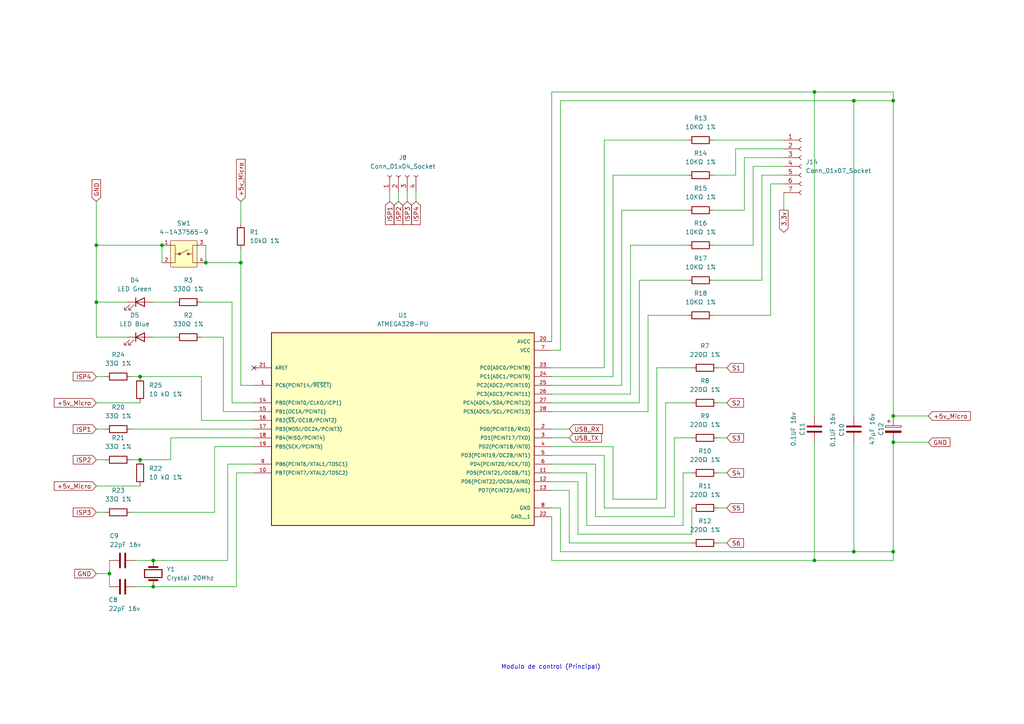
<source format=kicad_sch>
(kicad_sch (version 20250114) (generator "eeschema") (generator_version "9.0")
  (paper "A4")
  (lib_symbols
    (symbol "1812L110_24DR:1812L110_24DR" (pin_names (offset 1.016))
      (property "Reference" "F" (at -5.0862 3.8147 0))
      (property "Value" "1812L110_24DR" (at -5.0984 -3.8238 0))
      (symbol "1812L110_24DR_0_0"
        (pin passive line (at -10.16 0 0) (length 5.08) (name "1") (number "1"))
        (pin passive line (at 10.16 0 180) (length 5.08) (name "2") (number "2"))
      )
    )
    (symbol "2025-08-30_23-17-27:PTS18126V300" (pin_names (offset 0.254))
      (property "Reference" "F" (at 5.08 3.175 0))
      (property "Value" "PTS18126V300" (at 5.08 -3.175 0))
      (symbol "PTS18126V300_1_1"
        (pin passive line (at 0 0 0) (length 2.54) (name "1") (number "1"))
        (pin passive line (at 10.16 0 180) (length 2.54) (name "2") (number "2"))
      )
      (symbol "PTS18126V300_1_2"
        (pin unspecified line (at 0 10.16 270) (length 2.54) (name "2") (number "2"))
        (pin unspecified line (at 0 0 90) (length 2.54) (name "1") (number "1"))
      )
    )
    (symbol "4-1437565-9:4-1437565-9" (pin_names (offset 1.016))
      (property "Reference" "SW" (at -4.0816 4.0816 0))
      (property "Value" "4-1437565-9" (at -4.071 -5.3432 0))
      (symbol "4-1437565-9_0_0"
        (pin passive line (at -6.35 2.54 0) (length 2.54) (name "~") (number "1"))
        (pin passive line (at -6.35 -2.54 0) (length 2.54) (name "~") (number "2"))
        (pin passive line (at 6.35 2.54 180) (length 2.54) (name "~") (number "3"))
        (pin passive line (at 6.35 -2.54 180) (length 2.54) (name "~") (number "4"))
      )
    )
    (symbol "ATMEGA328-PU:ATMEGA328-PU" (pin_names (offset 1.016))
      (property "Reference" "U" (at -38.1 26.289 0))
      (property "Value" "ATMEGA328-PU" (at -38.1 -33.02 0))
      (symbol "ATMEGA328-PU_0_0"
        (pin input line (at -43.18 15.24 0) (length 5.08) (name "AREF") (number "21"))
        (pin bidirectional line (at -43.18 10.16 0) (length 5.08) (name "PC6(PCINT14/~{RESET})") (number "1"))
        (pin bidirectional line (at -43.18 5.08 0) (length 5.08) (name "PB0(PCINT0/CLKO/ICP1)") (number "14"))
        (pin bidirectional line (at -43.18 2.54 0) (length 5.08) (name "PB1(OC1A/PCINT1)") (number "15"))
        (pin bidirectional line (at -43.18 0 0) (length 5.08) (name "PB2(~{SS}/OC1B/PCINT2)") (number "16"))
        (pin bidirectional line (at -43.18 -2.54 0) (length 5.08) (name "PB3(MOSI/OC2A/PCINT3)") (number "17"))
        (pin bidirectional line (at -43.18 -5.08 0) (length 5.08) (name "PB4(MISO/PCINT4)") (number "18"))
        (pin bidirectional line (at -43.18 -7.62 0) (length 5.08) (name "PB5(SCK/PCINT5)") (number "19"))
        (pin bidirectional line (at -43.18 -12.7 0) (length 5.08) (name "PB6(PCINT6/XTAL1/TOSC1)") (number "9"))
        (pin bidirectional line (at -43.18 -15.24 0) (length 5.08) (name "PB7(PCINT7/XTAL2/TOSC2)") (number "10"))
        (pin power_in line (at 43.18 22.86 180) (length 5.08) (name "AVCC") (number "20"))
        (pin power_in line (at 43.18 20.32 180) (length 5.08) (name "VCC") (number "7"))
        (pin bidirectional line (at 43.18 15.24 180) (length 5.08) (name "PC0(ADC0/PCINT8)") (number "23"))
        (pin bidirectional line (at 43.18 12.7 180) (length 5.08) (name "PC1(ADC1/PCINT9)") (number "24"))
        (pin bidirectional line (at 43.18 10.16 180) (length 5.08) (name "PC2(ADC2/PCINT10)") (number "25"))
        (pin bidirectional line (at 43.18 7.62 180) (length 5.08) (name "PC3(ADC3/PCINT11)") (number "26"))
        (pin bidirectional line (at 43.18 5.08 180) (length 5.08) (name "PC4(ADC4/SDA/PCINT12)") (number "27"))
        (pin bidirectional line (at 43.18 2.54 180) (length 5.08) (name "PC5(ADC5/SCL/PCINT13)") (number "28"))
        (pin bidirectional line (at 43.18 -2.54 180) (length 5.08) (name "PD0(PCINT16/RXD)") (number "2"))
        (pin bidirectional line (at 43.18 -5.08 180) (length 5.08) (name "PD1(PCINT17/TXD)") (number "3"))
        (pin bidirectional line (at 43.18 -7.62 180) (length 5.08) (name "PD2(PCINT18/INT0)") (number "4"))
        (pin bidirectional line (at 43.18 -10.16 180) (length 5.08) (name "PD3(PCINT19/OC2B/INT1)") (number "5"))
        (pin bidirectional line (at 43.18 -12.7 180) (length 5.08) (name "PD4(PCINT20/XCK/T0)") (number "6"))
        (pin bidirectional line (at 43.18 -15.24 180) (length 5.08) (name "PD5(PCINT21/OC0B/T1)") (number "11"))
        (pin bidirectional line (at 43.18 -17.78 180) (length 5.08) (name "PD6(PCINT22/OC0A/AIN0)") (number "12"))
        (pin bidirectional line (at 43.18 -20.32 180) (length 5.08) (name "PD7(PCINT23/AIN1)") (number "13"))
        (pin power_in line (at 43.18 -25.4 180) (length 5.08) (name "GND") (number "8"))
        (pin power_in line (at 43.18 -27.94 180) (length 5.08) (name "GND__1") (number "22"))
      )
    )
    (symbol "Connector:Conn_01x02_Socket" (pin_names (offset 1.016) (hide yes))
      (property "Reference" "J" (at 0 2.54 0))
      (property "Value" "Conn_01x02_Socket" (at 0 -5.08 0))
      (symbol "Conn_01x02_Socket_1_1"
        (pin passive line (at -5.08 0 0) (length 3.81) (name "Pin_1") (number "1"))
        (pin passive line (at -5.08 -2.54 0) (length 3.81) (name "Pin_2") (number "2"))
      )
    )
    (symbol "Connector:Conn_01x04_Socket" (pin_names (offset 1.016) (hide yes))
      (property "Reference" "J" (at 0 5.08 0))
      (property "Value" "Conn_01x04_Socket" (at 0 -7.62 0))
      (symbol "Conn_01x04_Socket_1_1"
        (pin passive line (at -5.08 2.54 0) (length 3.81) (name "Pin_1") (number "1"))
        (pin passive line (at -5.08 0 0) (length 3.81) (name "Pin_2") (number "2"))
        (pin passive line (at -5.08 -2.54 0) (length 3.81) (name "Pin_3") (number "3"))
        (pin passive line (at -5.08 -5.08 0) (length 3.81) (name "Pin_4") (number "4"))
      )
    )
    (symbol "Connector:Conn_01x07_Socket" (pin_names (offset 1.016) (hide yes))
      (property "Reference" "J" (at 0 10.16 0))
      (property "Value" "Conn_01x07_Socket" (at 0 -10.16 0))
      (symbol "Conn_01x07_Socket_1_1"
        (pin passive line (at -5.08 7.62 0) (length 3.81) (name "Pin_1") (number "1"))
        (pin passive line (at -5.08 5.08 0) (length 3.81) (name "Pin_2") (number "2"))
        (pin passive line (at -5.08 2.54 0) (length 3.81) (name "Pin_3") (number "3"))
        (pin passive line (at -5.08 0 0) (length 3.81) (name "Pin_4") (number "4"))
        (pin passive line (at -5.08 -2.54 0) (length 3.81) (name "Pin_5") (number "5"))
        (pin passive line (at -5.08 -5.08 0) (length 3.81) (name "Pin_6") (number "6"))
        (pin passive line (at -5.08 -7.62 0) (length 3.81) (name "Pin_7") (number "7"))
      )
    )
    (symbol "Connector:USB_C_Receptacle_PowerOnly_6P" (pin_names (offset 1.016))
      (property "Reference" "J" (at 0 16.51 0))
      (property "Value" "USB_C_Receptacle_PowerOnly_6P" (at 0 13.97 0))
      (symbol "USB_C_Receptacle_PowerOnly_6P_1_1"
        (pin passive line (at -7.62 -17.78 90) (length 5.08) (name "SHIELD") (number "S1"))
        (pin passive line (at 0 -17.78 90) (length 5.08) (name "GND") (number "A12"))
        (pin passive line (at 0 -17.78 90) (length 5.08) (hide yes) (name "GND") (number "B12"))
        (pin passive line (at 15.24 7.62 180) (length 5.08) (name "VBUS") (number "A9"))
        (pin passive line (at 15.24 7.62 180) (length 5.08) (hide yes) (name "VBUS") (number "B9"))
        (pin bidirectional line (at 15.24 -5.08 180) (length 5.08) (name "CC1") (number "A5"))
        (pin bidirectional line (at 15.24 -7.62 180) (length 5.08) (name "CC2") (number "B5"))
      )
    )
    (symbol "Connector:USB_OTG" (pin_names (offset 1.016))
      (property "Reference" "J" (at -5.08 11.43 0))
      (property "Value" "USB_OTG" (at -5.08 8.89 0))
      (symbol "USB_OTG_1_1"
        (pin passive line (at -2.54 -10.16 90) (length 2.54) (name "Shield") (number "6"))
        (pin passive line (at 0 -10.16 90) (length 2.54) (name "GND") (number "5"))
        (pin passive line (at 7.62 5.08 180) (length 2.54) (name "VBUS") (number "1"))
        (pin bidirectional line (at 7.62 0 180) (length 2.54) (name "D+") (number "3"))
        (pin bidirectional line (at 7.62 -2.54 180) (length 2.54) (name "D-") (number "2"))
        (pin passive line (at 7.62 -5.08 180) (length 2.54) (name "ID") (number "4"))
      )
    )
    (symbol "Device:C" (pin_numbers (hide yes)) (pin_names (offset 0.254))
      (property "Reference" "C" (at 0.635 2.54 0))
      (property "Value" "C" (at 0.635 -2.54 0))
      (symbol "C_1_1"
        (pin passive line (at 0 3.81 270) (length 2.794) (name "~") (number "1"))
        (pin passive line (at 0 -3.81 90) (length 2.794) (name "~") (number "2"))
      )
    )
    (symbol "Device:C_Polarized" (pin_numbers (hide yes)) (pin_names (offset 0.254))
      (property "Reference" "C" (at 0.635 2.54 0))
      (property "Value" "C_Polarized" (at 0.635 -2.54 0))
      (symbol "C_Polarized_1_1"
        (pin passive line (at 0 3.81 270) (length 2.794) (name "~") (number "1"))
        (pin passive line (at 0 -3.81 90) (length 2.794) (name "~") (number "2"))
      )
    )
    (symbol "Device:Crystal" (pin_numbers (hide yes)) (pin_names (offset 1.016) (hide yes))
      (property "Reference" "Y" (at 0 3.81 0))
      (property "Value" "Crystal" (at 0 -3.81 0))
      (symbol "Crystal_1_1"
        (pin passive line (at -3.81 0 0) (length 1.27) (name "1") (number "1"))
        (pin passive line (at 3.81 0 180) (length 1.27) (name "2") (number "2"))
      )
    )
    (symbol "Device:D_TVS" (pin_numbers (hide yes)) (pin_names (offset 1.016) (hide yes))
      (property "Reference" "D" (at 0 2.54 0))
      (property "Value" "D_TVS" (at 0 -2.54 0))
      (symbol "D_TVS_1_1"
        (pin passive line (at -3.81 0 0) (length 2.54) (name "A1") (number "1"))
        (pin passive line (at 3.81 0 180) (length 2.54) (name "A2") (number "2"))
      )
    )
    (symbol "Device:FerriteBead" (pin_numbers (hide yes)) (pin_names (offset 0))
      (property "Reference" "FB" (at -3.81 0.635 90))
      (property "Value" "FerriteBead" (at 3.81 0 90))
      (symbol "FerriteBead_1_1"
        (pin passive line (at 0 3.81 270) (length 2.54) (name "~") (number "1"))
        (pin passive line (at 0 -3.81 90) (length 2.54) (name "~") (number "2"))
      )
    )
    (symbol "Device:LED" (pin_numbers (hide yes)) (pin_names (offset 1.016) (hide yes))
      (property "Reference" "D" (at 0 2.54 0))
      (property "Value" "LED" (at 0 -2.54 0))
      (symbol "LED_1_1"
        (pin passive line (at -3.81 0 0) (length 2.54) (name "K") (number "1"))
        (pin passive line (at 3.81 0 180) (length 2.54) (name "A") (number "2"))
      )
    )
    (symbol "Device:L_Small" (pin_numbers (hide yes)) (pin_names (offset 0.254) (hide yes))
      (property "Reference" "L" (at 0.762 1.016 0))
      (property "Value" "L_Small" (at 0.762 -1.016 0))
      (symbol "L_Small_1_1"
        (pin passive line (at 0 2.54 270) (length 0.508) (name "~") (number "1"))
        (pin passive line (at 0 -2.54 90) (length 0.508) (name "~") (number "2"))
      )
    )
    (symbol "Device:R" (pin_numbers (hide yes)) (pin_names (offset 0))
      (property "Reference" "R" (at 2.032 0 90))
      (property "Value" "R" (at 0 0 90))
      (symbol "R_1_1"
        (pin passive line (at 0 3.81 270) (length 1.27) (name "~") (number "1"))
        (pin passive line (at 0 -3.81 90) (length 1.27) (name "~") (number "2"))
      )
    )
    (symbol "Diode:SS14" (pin_numbers (hide yes)) (pin_names (offset 1.016) (hide yes))
      (property "Reference" "D" (at 0 2.54 0))
      (property "Value" "SS14" (at 0 -2.54 0))
      (symbol "SS14_1_1"
        (pin passive line (at -3.81 0 0) (length 2.54) (name "K") (number "1"))
        (pin passive line (at 3.81 0 180) (length 2.54) (name "A") (number "2"))
      )
    )
    (symbol "G823MB06221KYEU:G823MB06221KYEU" (pin_names (offset 1.016))
      (property "Reference" "J" (at -7.62 6.35 0))
      (property "Value" "G823MB06221KYEU" (at -7.62 -7.62 0))
      (symbol "G823MB06221KYEU_0_0"
        (pin passive line (at -12.7 2.54 0) (length 5.08) (name "1") (number "1"))
        (pin passive line (at -12.7 0 0) (length 5.08) (name "3") (number "3"))
        (pin passive line (at -12.7 -2.54 0) (length 5.08) (name "5") (number "5"))
        (pin passive line (at 12.7 2.54 180) (length 5.08) (name "2") (number "2"))
        (pin passive line (at 12.7 0 180) (length 5.08) (name "4") (number "4"))
        (pin passive line (at 12.7 -2.54 180) (length 5.08) (name "6") (number "6"))
      )
    )
    (symbol "Interface_USB:CH340G"
      (property "Reference" "U" (at -5.08 13.97 0))
      (property "Value" "CH340G" (at 1.27 13.97 0))
      (symbol "CH340G_1_1"
        (pin input line (at -10.16 7.62 0) (length 2.54) (name "R232") (number "15"))
        (pin bidirectional line (at -10.16 2.54 0) (length 2.54) (name "UD+") (number "5"))
        (pin bidirectional line (at -10.16 0 0) (length 2.54) (name "UD-") (number "6"))
        (pin input line (at -10.16 -5.08 0) (length 2.54) (name "XI") (number "7"))
        (pin output line (at -10.16 -10.16 0) (length 2.54) (name "XO") (number "8"))
        (pin power_in line (at -2.54 15.24 270) (length 2.54) (name "VCC") (number "16"))
        (pin power_out line (at 0 15.24 270) (length 2.54) (name "V3") (number "4"))
        (pin power_in line (at 0 -15.24 90) (length 2.54) (name "GND") (number "1"))
        (pin output line (at 10.16 10.16 180) (length 2.54) (name "TXD") (number "2"))
        (pin input line (at 10.16 7.62 180) (length 2.54) (name "RXD") (number "3"))
        (pin input line (at 10.16 2.54 180) (length 2.54) (name "~{CTS}") (number "9"))
        (pin input line (at 10.16 0 180) (length 2.54) (name "~{DSR}") (number "10"))
        (pin input line (at 10.16 -2.54 180) (length 2.54) (name "~{RI}") (number "11"))
        (pin input line (at 10.16 -5.08 180) (length 2.54) (name "~{DCD}") (number "12"))
        (pin output line (at 10.16 -7.62 180) (length 2.54) (name "~{DTR}") (number "13"))
        (pin output line (at 10.16 -10.16 180) (length 2.54) (name "~{RTS}") (number "14"))
      )
    )
    (symbol "Regulator_Linear:AMS1117-5.0"
      (property "Reference" "U" (at -3.81 3.175 0))
      (property "Value" "AMS1117-5.0" (at 0 3.175 0))
      (symbol "AMS1117-5.0_1_1"
        (pin power_in line (at -7.62 0 0) (length 2.54) (name "VI") (number "3"))
        (pin power_in line (at 0 -7.62 90) (length 2.54) (name "GND") (number "1"))
        (pin power_out line (at 7.62 0 180) (length 2.54) (name "VO") (number "2"))
      )
    )
    (symbol "power:PWR_FLAG" (power) (pin_numbers (hide yes)) (pin_names (offset 0) (hide yes))
      (property "Value" "PWR_FLAG" (at 0 3.81 0))
      (symbol "PWR_FLAG_0_0"
        (pin power_out line (at 0 0 90) (length 0) (name "~") (number "1"))
      )
    )
  )
  (rectangle (start -170.18 80.01) (end -3.81 123.19))
  (rectangle (start 300.99 -133.35) (end 412.75 210.82))
  (rectangle (start -172.72 125.73) (end -3.81 209.55))
  (rectangle (start -170.18 5.08) (end -3.81 77.47))
  (text "Modulo regulador 3,3v" (at -83.566 120.904 0) (effects (font (size 1.27 1.27))))
  (text "3 Jumpers de conexion dobles para 6 servos " (at 342.138 203.962 0) (effects (font (size 1.27 1.27))))
  (text "Modulo de control (Principal)" (at 159.766 193.548 0) (effects (font (size 1.27 1.27))))
  (text "Módulo de Comunicación USB (USB-UART)" (at -102.108 206.756 0) (effects (font (size 1.27 1.27))))
  (text "Modulo de Energia" (at -86.106 73.66 0) (effects (font (size 1.27 1.27))))
  (junction (at 381 52.07))
  (junction (at 381 160.02))
  (junction (at -123.19 161.29))
  (junction (at -48.26 142.24))
  (junction (at 360.68 -25.4))
  (junction (at -55.88 29.21))
  (junction (at 353.06 -69.85))
  (junction (at -134.62 29.21))
  (junction (at 360.68 -5.08))
  (junction (at -123.19 99.06))
  (junction (at 337.82 -5.08))
  (junction (at 247.65 160.02))
  (junction (at 381 105.41))
  (junction (at 381 -25.4))
  (junction (at -34.29 54.61))
  (junction (at 381 147.32))
  (junction (at 337.82 -77.47))
  (junction (at 337.82 134.62))
  (junction (at 337.82 52.07))
  (junction (at 337.82 -69.85))
  (junction (at -123.19 151.13))
  (junction (at 337.82 39.37))
  (junction (at 360.68 -69.85))
  (junction (at -152.4 54.61))
  (junction (at 259.08 160.02))
  (junction (at 337.82 59.69))
  (junction (at 259.08 120.65))
  (junction (at -34.29 29.21))
  (junction (at 27.94 87.63))
  (junction (at -88.9 106.68))
  (junction (at -67.31 144.78))
  (junction (at 259.08 128.27))
  (junction (at 337.82 -90.17))
  (junction (at 381 -69.85))
  (junction (at 360.68 59.69))
  (junction (at 381 -5.08))
  (junction (at 40.64 133.35))
  (junction (at 337.82 147.32))
  (junction (at 69.85 76.2))
  (junction (at 381 39.37))
  (junction (at 236.22 162.56))
  (junction (at -78.74 196.85))
  (junction (at 337.82 -12.7))
  (junction (at -102.87 196.85))
  (junction (at 360.68 39.37))
  (junction (at -91.44 177.8))
  (junction (at -20.32 54.61))
  (junction (at -20.32 29.21))
  (junction (at 353.06 59.69))
  (junction (at -123.19 196.85))
  (junction (at -115.57 132.08))
  (junction (at 337.82 -25.4))
  (junction (at 381 134.62))
  (junction (at -85.09 54.61))
  (junction (at -105.41 161.29))
  (junction (at 381 121.92))
  (junction (at 360.68 105.41))
  (junction (at 236.22 26.67))
  (junction (at 44.45 162.56))
  (junction (at 27.94 71.12))
  (junction (at -123.19 106.68))
  (junction (at 40.64 109.22))
  (junction (at -123.19 177.8))
  (junction (at -82.55 29.21))
  (junction (at -142.24 54.61))
  (junction (at -105.41 168.91))
  (junction (at 337.82 105.41))
  (junction (at 353.06 39.37))
  (junction (at -48.26 29.21))
  (junction (at -127 29.21))
  (junction (at 381 59.69))
  (junction (at 381 -12.7))
  (junction (at -100.33 54.61))
  (junction (at -100.33 29.21))
  (junction (at -123.19 168.91))
  (junction (at -102.87 177.8))
  (junction (at -48.26 177.8))
  (junction (at -129.54 54.61))
  (junction (at 353.06 -25.4))
  (junction (at -53.34 106.68))
  (junction (at -48.26 54.61))
  (junction (at 381 -77.47))
  (junction (at -58.42 54.61))
  (junction (at 337.82 121.92))
  (junction (at 44.45 170.18))
  (junction (at 337.82 160.02))
  (junction (at 381 -90.17))
  (junction (at 31.75 166.37))
  (junction (at -88.9 99.06))
  (junction (at 353.06 105.41))
  (junction (at -67.31 177.8))
  (junction (at 247.65 29.21))
  (junction (at 259.08 29.21))
  (junction (at -78.74 177.8))
  (junction (at -105.41 106.68))
  (junction (at 59.69 76.2))
  (junction (at 353.06 -5.08))
  (junction (at -53.34 99.06))
  (junction (at 46.99 71.12))
  (no_connect (at -101.6 144.78))
  (no_connect (at 73.66 106.68))
  (no_connect (at -137.16 44.45))
  (no_connect (at -115.57 146.05))
  (no_connect (at -81.28 160.02))
  (no_connect (at -81.28 154.94))
  (no_connect (at -81.28 162.56))
  (no_connect (at -81.28 149.86))
  (no_connect (at -81.28 157.48))
  (no_connect (at -137.16 41.91))
  (no_connect (at -91.44 137.16))
  (no_connect (at -81.28 152.4))
  (wire (pts (xy 259.08 120.65) (xy 269.24 120.65)))
  (wire (pts (xy 172.72 134.62) (xy 160.02 134.62)))
  (wire (pts (xy 165.1 142.24) (xy 160.02 142.24)))
  (wire (pts (xy 199.39 50.8) (xy 177.8 50.8)))
  (wire (pts (xy -115.57 135.89) (xy -115.57 132.08)))
  (wire (pts (xy -48.26 45.72) (xy -48.26 54.61)))
  (wire (pts (xy 160.02 26.67) (xy 160.02 99.06)))
  (wire (pts (xy 247.65 160.02) (xy 259.08 160.02)))
  (wire (pts (xy 247.65 29.21) (xy 247.65 120.65)))
  (wire (pts (xy 358.14 67.31) (xy 360.68 67.31)))
  (wire (pts (xy 64.77 119.38) (xy 64.77 97.79)))
  (wire (pts (xy 207.01 91.44) (xy 223.52 91.44)))
  (wire (pts (xy -105.41 157.48) (xy -105.41 161.29)))
  (wire (pts (xy -93.98 132.08) (xy -115.57 132.08)))
  (wire (pts (xy 337.82 121.92) (xy 337.82 134.62)))
  (wire (pts (xy 27.94 87.63) (xy 27.94 97.79)))
  (wire (pts (xy 27.94 116.84) (xy 40.64 116.84)))
  (wire (pts (xy 227.33 48.26) (xy 218.44 48.26)))
  (wire (pts (xy 259.08 128.27) (xy 269.24 128.27)))
  (wire (pts (xy 190.5 106.68) (xy 190.5 144.78)))
  (wire (pts (xy -123.19 168.91) (xy -123.19 177.8)))
  (wire (pts (xy 199.39 60.96) (xy 180.34 60.96)))
  (wire (pts (xy 360.68 105.41) (xy 381 105.41)))
  (wire (pts (xy 337.82 59.69) (xy 353.06 59.69)))
  (wire (pts (xy 236.22 162.56) (xy 259.08 162.56)))
  (wire (pts (xy -53.34 106.68) (xy -35.56 106.68)))
  (wire (pts (xy 66.04 134.62) (xy 73.66 134.62)))
  (wire (pts (xy 236.22 26.67) (xy 236.22 120.65)))
  (wire (pts (xy -48.26 142.24) (xy -41.91 142.24)))
  (wire (pts (xy 27.94 109.22) (xy 30.48 109.22)))
  (wire (pts (xy 208.28 127) (xy 210.82 127)))
  (wire (pts (xy 360.68 95.25) (xy 368.3 95.25)))
  (wire (pts (xy 337.82 160.02) (xy 337.82 175.26)))
  (wire (pts (xy 360.68 -5.08) (xy 360.68 1.27)))
  (wire (pts (xy 337.82 105.41) (xy 353.06 105.41)))
  (wire (pts (xy 46.99 71.12) (xy 46.99 76.2)))
  (wire (pts (xy 27.94 97.79) (xy 36.83 97.79)))
  (wire (pts (xy 182.88 114.3) (xy 160.02 114.3)))
  (wire (pts (xy -132.08 99.06) (xy -123.19 99.06)))
  (wire (pts (xy 358.14 -31.75) (xy 360.68 -31.75)))
  (wire (pts (xy -48.26 29.21) (xy -34.29 29.21)))
  (wire (pts (xy 381 134.62) (xy 381 147.32)))
  (wire (pts (xy 68.58 137.16) (xy 68.58 170.18)))
  (wire (pts (xy -85.09 54.61) (xy -58.42 54.61)))
  (wire (pts (xy 381 -90.17) (xy 381 -86.36)))
  (wire (pts (xy 353.06 39.37) (xy 353.06 33.02)))
  (wire (pts (xy 381 -12.7) (xy 381 -5.08)))
  (wire (pts (xy 337.82 -77.47) (xy 355.6 -77.47)))
  (wire (pts (xy -111.76 140.97) (xy -111.76 149.86)))
  (wire (pts (xy -132.08 106.68) (xy -123.19 106.68)))
  (wire (pts (xy 187.96 119.38) (xy 160.02 119.38)))
  (wire (pts (xy 337.82 134.62) (xy 337.82 147.32)))
  (wire (pts (xy -102.87 193.04) (xy -102.87 196.85)))
  (wire (pts (xy -129.54 132.08) (xy -115.57 132.08)))
  (wire (pts (xy -78.74 177.8) (xy -78.74 184.15)))
  (wire (pts (xy 337.82 -121.92) (xy 337.82 -90.17)))
  (wire (pts (xy 381 -77.47) (xy 381 -69.85)))
  (wire (pts (xy -102.87 177.8) (xy -102.87 185.42)))
  (wire (pts (xy -100.33 29.21) (xy -82.55 29.21)))
  (wire (pts (xy 227.33 43.18) (xy 213.36 43.18)))
  (wire (pts (xy -115.57 168.91) (xy -105.41 168.91)))
  (wire (pts (xy -114.3 152.4) (xy -101.6 152.4)))
  (wire (pts (xy 180.34 60.96) (xy 180.34 111.76)))
  (wire (pts (xy 360.68 -63.5) (xy 360.68 -69.85)))
  (wire (pts (xy -88.9 99.06) (xy -77.47 99.06)))
  (wire (pts (xy 360.68 -35.56) (xy 368.3 -35.56)))
  (wire (pts (xy -100.33 29.21) (xy -100.33 36.83)))
  (wire (pts (xy 236.22 26.67) (xy 259.08 26.67)))
  (wire (pts (xy -129.54 132.08) (xy -129.54 196.85)))
  (wire (pts (xy 381 39.37) (xy 381 52.07)))
  (wire (pts (xy 187.96 91.44) (xy 187.96 119.38)))
  (wire (pts (xy 160.02 124.46) (xy 165.1 124.46)))
  (wire (pts (xy 360.68 105.41) (xy 360.68 97.79)))
  (wire (pts (xy -123.19 151.13) (xy -123.19 161.29)))
  (wire (pts (xy 175.26 132.08) (xy 160.02 132.08)))
  (wire (pts (xy 381 -81.28) (xy 381 -77.47)))
  (wire (pts (xy 381 -5.08) (xy 381 39.37)))
  (wire (pts (xy 40.64 109.22) (xy 58.42 109.22)))
  (wire (pts (xy 360.68 -60.96) (xy 368.3 -60.96)))
  (wire (pts (xy 337.82 160.02) (xy 354.33 160.02)))
  (wire (pts (xy -101.6 157.48) (xy -105.41 157.48)))
  (wire (pts (xy 259.08 29.21) (xy 259.08 120.65)))
  (wire (pts (xy 207.01 40.64) (xy 227.33 40.64)))
  (wire (pts (xy 360.68 1.27) (xy 358.14 1.27)))
  (wire (pts (xy 381 105.41) (xy 381 121.92)))
  (wire (pts (xy 207.01 60.96) (xy 215.9 60.96)))
  (wire (pts (xy -129.54 196.85) (xy -123.19 196.85)))
  (wire (pts (xy -68.58 29.21) (xy -55.88 29.21)))
  (wire (pts (xy -123.19 106.68) (xy -105.41 106.68)))
  (wire (pts (xy 358.14 95.25) (xy 358.14 97.79)))
  (wire (pts (xy -152.4 54.61) (xy -142.24 54.61)))
  (wire (pts (xy 337.82 147.32) (xy 337.82 160.02)))
  (wire (pts (xy 360.68 69.85) (xy 368.3 69.85)))
  (wire (pts (xy 337.82 -12.7) (xy 337.82 -5.08)))
  (wire (pts (xy 363.22 -77.47) (xy 381 -77.47)))
  (wire (pts (xy 353.06 -31.75) (xy 353.06 -25.4)))
  (wire (pts (xy 73.66 119.38) (xy 64.77 119.38)))
  (wire (pts (xy 200.66 147.32) (xy 200.66 154.94)))
  (wire (pts (xy 27.94 124.46) (xy 30.48 124.46)))
  (wire (pts (xy 355.6 97.79) (xy 353.06 97.79)))
  (wire (pts (xy 208.28 116.84) (xy 210.82 116.84)))
  (wire (pts (xy 360.68 -69.85) (xy 381 -69.85)))
  (wire (pts (xy 31.75 162.56) (xy 31.75 166.37)))
  (wire (pts (xy 363.22 -12.7) (xy 381 -12.7)))
  (wire (pts (xy 199.39 71.12) (xy 182.88 71.12)))
  (wire (pts (xy 185.42 116.84) (xy 160.02 116.84)))
  (wire (pts (xy 113.03 55.88) (xy 113.03 58.42)))
  (wire (pts (xy -48.26 54.61) (xy -34.29 54.61)))
  (wire (pts (xy 177.8 129.54) (xy 160.02 129.54)))
  (wire (pts (xy -53.34 99.06) (xy -35.56 99.06)))
  (wire (pts (xy 27.94 148.59) (xy 30.48 148.59)))
  (wire (pts (xy 172.72 149.86) (xy 172.72 134.62)))
  (wire (pts (xy 355.6 -31.75) (xy 353.06 -31.75)))
  (wire (pts (xy 199.39 91.44) (xy 187.96 91.44)))
  (wire (pts (xy 208.28 157.48) (xy 210.82 157.48)))
  (wire (pts (xy 160.02 127) (xy 165.1 127)))
  (wire (pts (xy 167.64 139.7) (xy 160.02 139.7)))
  (wire (pts (xy -91.44 167.64) (xy -91.44 177.8)))
  (wire (pts (xy 358.14 -35.56) (xy 358.14 -31.75)))
  (wire (pts (xy 361.95 160.02) (xy 381 160.02)))
  (wire (pts (xy 259.08 128.27) (xy 259.08 160.02)))
  (wire (pts (xy 360.68 -25.4) (xy 381 -25.4)))
  (wire (pts (xy 27.94 71.12) (xy 46.99 71.12)))
  (wire (pts (xy 213.36 43.18) (xy 213.36 50.8)))
  (wire (pts (xy 58.42 109.22) (xy 58.42 121.92)))
  (wire (pts (xy -81.28 144.78) (xy -67.31 144.78)))
  (wire (pts (xy 361.95 121.92) (xy 381 121.92)))
  (wire (pts (xy 337.82 -5.08) (xy 337.82 39.37)))
  (wire (pts (xy 358.14 69.85) (xy 358.14 67.31)))
  (wire (pts (xy 59.69 71.12) (xy 59.69 76.2)))
  (wire (pts (xy 59.69 76.2) (xy 69.85 76.2)))
  (wire (pts (xy 27.94 133.35) (xy 30.48 133.35)))
  (wire (pts (xy 200.66 127) (xy 195.58 127)))
  (wire (pts (xy -127 29.21) (xy -127 60.96)))
  (wire (pts (xy -102.87 196.85) (xy -78.74 196.85)))
  (wire (pts (xy -129.54 54.61) (xy -129.54 60.96)))
  (wire (pts (xy 381 160.02) (xy 381 173.99)))
  (wire (pts (xy -48.26 167.64) (xy -48.26 177.8)))
  (wire (pts (xy -101.6 162.56) (xy -101.6 168.91)))
  (wire (pts (xy -142.24 60.96) (xy -142.24 54.61)))
  (wire (pts (xy -67.31 167.64) (xy -67.31 177.8)))
  (wire (pts (xy 170.18 152.4) (xy 170.18 137.16)))
  (wire (pts (xy 355.6 69.85) (xy 355.6 67.31)))
  (wire (pts (xy -58.42 54.61) (xy -58.42 60.96)))
  (wire (pts (xy 220.98 50.8) (xy 220.98 81.28)))
  (wire (pts (xy -67.31 144.78) (xy -41.91 144.78)))
  (wire (pts (xy -55.88 29.21) (xy -55.88 60.96)))
  (wire (pts (xy 162.56 160.02) (xy 247.65 160.02)))
  (wire (pts (xy -67.31 156.21) (xy -67.31 160.02)))
  (wire (pts (xy 337.82 39.37) (xy 353.06 39.37)))
  (wire (pts (xy 177.8 109.22) (xy 160.02 109.22)))
  (wire (pts (xy 175.26 40.64) (xy 175.26 106.68)))
  (wire (pts (xy 381 52.07) (xy 381 59.69)))
  (wire (pts (xy 247.65 128.27) (xy 247.65 160.02)))
  (wire (pts (xy 358.14 33.02) (xy 358.14 29.21)))
  (wire (pts (xy -123.19 187.96) (xy -123.19 189.23)))
  (wire (pts (xy 227.33 45.72) (xy 215.9 45.72)))
  (wire (pts (xy 353.06 97.79) (xy 353.06 105.41)))
  (wire (pts (xy 355.6 3.81) (xy 355.6 1.27)))
  (wire (pts (xy 162.56 147.32) (xy 162.56 160.02)))
  (wire (pts (xy 160.02 162.56) (xy 236.22 162.56)))
  (wire (pts (xy 360.68 33.02) (xy 358.14 33.02)))
  (wire (pts (xy -129.54 54.61) (xy -100.33 54.61)))
  (wire (pts (xy 38.1 148.59) (xy 62.23 148.59)))
  (wire (pts (xy 381 59.69) (xy 381 105.41)))
  (wire (pts (xy 200.66 116.84) (xy 193.04 116.84)))
  (wire (pts (xy 381 121.92) (xy 381 134.62)))
  (wire (pts (xy 39.37 162.56) (xy 44.45 162.56)))
  (wire (pts (xy -88.9 106.68) (xy -105.41 106.68)))
  (wire (pts (xy -48.26 156.21) (xy -48.26 160.02)))
  (wire (pts (xy 381 -99.06) (xy 381 -90.17)))
  (wire (pts (xy 337.82 -69.85) (xy 337.82 -25.4)))
  (wire (pts (xy -142.24 54.61) (xy -129.54 54.61)))
  (wire (pts (xy 27.94 71.12) (xy 27.94 87.63)))
  (wire (pts (xy 337.82 -25.4) (xy 337.82 -12.7)))
  (wire (pts (xy -104.14 29.21) (xy -100.33 29.21)))
  (wire (pts (xy -137.16 29.21) (xy -134.62 29.21)))
  (wire (pts (xy -48.26 29.21) (xy -48.26 38.1)))
  (wire (pts (xy 199.39 40.64) (xy 175.26 40.64)))
  (wire (pts (xy -81.28 142.24) (xy -48.26 142.24)))
  (wire (pts (xy 337.82 -69.85) (xy 353.06 -69.85)))
  (wire (pts (xy 337.82 -12.7) (xy 355.6 -12.7)))
  (wire (pts (xy 259.08 162.56) (xy 259.08 160.02)))
  (wire (pts (xy -101.6 168.91) (xy -105.41 168.91)))
  (wire (pts (xy 355.6 95.25) (xy 355.6 97.79)))
  (wire (pts (xy 195.58 127) (xy 195.58 149.86)))
  (wire (pts (xy -160.02 54.61) (xy -152.4 54.61)))
  (wire (pts (xy -93.98 132.08) (xy -93.98 137.16)))
  (wire (pts (xy 165.1 157.48) (xy 165.1 142.24)))
  (wire (pts (xy 160.02 26.67) (xy 236.22 26.67)))
  (wire (pts (xy 118.11 55.88) (xy 118.11 58.42)))
  (wire (pts (xy 44.45 87.63) (xy 50.8 87.63)))
  (wire (pts (xy -78.74 177.8) (xy -67.31 177.8)))
  (wire (pts (xy 177.8 144.78) (xy 177.8 129.54)))
  (wire (pts (xy 31.75 166.37) (xy 31.75 170.18)))
  (wire (pts (xy -115.57 161.29) (xy -105.41 161.29)))
  (wire (pts (xy 66.04 162.56) (xy 44.45 162.56)))
  (wire (pts (xy 69.85 111.76) (xy 69.85 76.2)))
  (wire (pts (xy -34.29 54.61) (xy -34.29 45.72)))
  (wire (pts (xy -48.26 177.8) (xy -41.91 177.8)))
  (wire (pts (xy 337.82 -25.4) (xy 353.06 -25.4)))
  (wire (pts (xy 38.1 109.22) (xy 40.64 109.22)))
  (wire (pts (xy 337.82 121.92) (xy 354.33 121.92)))
  (wire (pts (xy 167.64 154.94) (xy 167.64 139.7)))
  (wire (pts (xy 185.42 81.28) (xy 185.42 116.84)))
  (wire (pts (xy -67.31 144.78) (xy -67.31 148.59)))
  (wire (pts (xy -20.32 50.8) (xy -20.32 54.61)))
  (wire (pts (xy 360.68 39.37) (xy 381 39.37)))
  (wire (pts (xy 337.82 -5.08) (xy 353.06 -5.08)))
  (wire (pts (xy -88.9 99.06) (xy -97.79 99.06)))
  (wire (pts (xy 207.01 71.12) (xy 218.44 71.12)))
  (wire (pts (xy 162.56 101.6) (xy 162.56 29.21)))
  (wire (pts (xy 337.82 -77.47) (xy 337.82 -69.85)))
  (wire (pts (xy 360.68 -31.75) (xy 360.68 -25.4)))
  (wire (pts (xy 361.95 147.32) (xy 381 147.32)))
  (wire (pts (xy -69.85 99.06) (xy -53.34 99.06)))
  (wire (pts (xy 358.14 3.81) (xy 358.14 1.27)))
  (wire (pts (xy 337.82 147.32) (xy 354.33 147.32)))
  (wire (pts (xy -111.76 149.86) (xy -101.6 149.86)))
  (wire (pts (xy 73.66 116.84) (xy 67.31 116.84)))
  (wire (pts (xy 115.57 55.88) (xy 115.57 58.42)))
  (wire (pts (xy 355.6 67.31) (xy 353.06 67.31)))
  (wire (pts (xy 44.45 97.79) (xy 50.8 97.79)))
  (wire (pts (xy -91.44 177.8) (xy -78.74 177.8)))
  (wire (pts (xy 193.04 147.32) (xy 175.26 147.32)))
  (wire (pts (xy -123.19 177.8) (xy -102.87 177.8)))
  (wire (pts (xy -123.19 161.29) (xy -123.19 168.91)))
  (wire (pts (xy -123.19 196.85) (xy -102.87 196.85)))
  (wire (pts (xy 58.42 87.63) (xy 67.31 87.63)))
  (wire (pts (xy 358.14 97.79) (xy 360.68 97.79)))
  (wire (pts (xy 190.5 144.78) (xy 177.8 144.78)))
  (wire (pts (xy -102.87 177.8) (xy -91.44 177.8)))
  (wire (pts (xy -85.09 54.61) (xy -85.09 59.69)))
  (wire (pts (xy 207.01 50.8) (xy 213.36 50.8)))
  (wire (pts (xy 360.68 39.37) (xy 360.68 33.02)))
  (wire (pts (xy 355.6 -60.96) (xy 355.6 -63.5)))
  (wire (pts (xy 363.22 52.07) (xy 381 52.07)))
  (wire (pts (xy 355.6 1.27) (xy 353.06 1.27)))
  (wire (pts (xy 66.04 134.62) (xy 66.04 162.56)))
  (wire (pts (xy -20.32 29.21) (xy -13.97 29.21)))
  (wire (pts (xy 355.6 -63.5) (xy 353.06 -63.5)))
  (wire (pts (xy 381 -25.4) (xy 381 -12.7)))
  (wire (pts (xy 58.42 97.79) (xy 64.77 97.79)))
  (wire (pts (xy 162.56 29.21) (xy 247.65 29.21)))
  (wire (pts (xy 363.22 -90.17) (xy 381 -90.17)))
  (wire (pts (xy 355.6 -35.56) (xy 355.6 -31.75)))
  (wire (pts (xy 27.94 87.63) (xy 36.83 87.63)))
  (wire (pts (xy -100.33 54.61) (xy -100.33 44.45)))
  (wire (pts (xy -67.31 177.8) (xy -48.26 177.8)))
  (wire (pts (xy 198.12 152.4) (xy 170.18 152.4)))
  (wire (pts (xy 67.31 116.84) (xy 67.31 87.63)))
  (wire (pts (xy 227.33 50.8) (xy 220.98 50.8)))
  (wire (pts (xy 195.58 149.86) (xy 172.72 149.86)))
  (wire (pts (xy -34.29 29.21) (xy -20.32 29.21)))
  (wire (pts (xy 360.68 29.21) (xy 368.3 29.21)))
  (wire (pts (xy 218.44 48.26) (xy 218.44 71.12)))
  (wire (pts (xy 259.08 26.67) (xy 259.08 29.21)))
  (wire (pts (xy 208.28 147.32) (xy 210.82 147.32)))
  (wire (pts (xy 208.28 137.16) (xy 210.82 137.16)))
  (wire (pts (xy 200.66 154.94) (xy 167.64 154.94)))
  (wire (pts (xy 247.65 29.21) (xy 259.08 29.21)))
  (wire (pts (xy -123.19 177.8) (xy -123.19 180.34)))
  (wire (pts (xy 49.53 133.35) (xy 49.53 127)))
  (wire (pts (xy 27.94 58.42) (xy 27.94 71.12)))
  (wire (pts (xy 120.65 55.88) (xy 120.65 58.42)))
  (wire (pts (xy 38.1 124.46) (xy 73.66 124.46)))
  (wire (pts (xy 360.68 67.31) (xy 360.68 59.69)))
  (wire (pts (xy 337.82 52.07) (xy 355.6 52.07)))
  (wire (pts (xy 360.68 3.81) (xy 368.3 3.81)))
  (wire (pts (xy 170.18 137.16) (xy 160.02 137.16)))
  (wire (pts (xy 73.66 111.76) (xy 69.85 111.76)))
  (wire (pts (xy 355.6 33.02) (xy 355.6 29.21)))
  (wire (pts (xy 207.01 81.28) (xy 220.98 81.28)))
  (wire (pts (xy -115.57 143.51) (xy -114.3 143.51)))
  (wire (pts (xy 175.26 106.68) (xy 160.02 106.68)))
  (wire (pts (xy -34.29 38.1) (xy -34.29 29.21)))
  (wire (pts (xy 40.64 133.35) (xy 49.53 133.35)))
  (wire (pts (xy -20.32 54.61) (xy -13.97 54.61)))
  (wire (pts (xy 337.82 -90.17) (xy 355.6 -90.17)))
  (wire (pts (xy 337.82 59.69) (xy 337.82 105.41)))
  (wire (pts (xy 160.02 147.32) (xy 162.56 147.32)))
  (wire (pts (xy -115.57 140.97) (xy -111.76 140.97)))
  (wire (pts (xy 160.02 162.56) (xy 160.02 149.86)))
  (wire (pts (xy 27.94 166.37) (xy 31.75 166.37)))
  (wire (pts (xy 208.28 106.68) (xy 210.82 106.68)))
  (wire (pts (xy -82.55 29.21) (xy -76.2 29.21)))
  (wire (pts (xy 337.82 105.41) (xy 337.82 121.92)))
  (wire (pts (xy 353.06 -63.5) (xy 353.06 -69.85)))
  (wire (pts (xy 182.88 71.12) (xy 182.88 114.3)))
  (wire (pts (xy 360.68 -5.08) (xy 381 -5.08)))
  (wire (pts (xy 69.85 72.39) (xy 69.85 76.2)))
  (wire (pts (xy -123.19 99.06) (xy -113.03 99.06)))
  (wire (pts (xy 381 147.32) (xy 381 160.02)))
  (wire (pts (xy 62.23 129.54) (xy 73.66 129.54)))
  (wire (pts (xy 337.82 39.37) (xy 337.82 52.07)))
  (wire (pts (xy -48.26 142.24) (xy -48.26 148.59)))
  (wire (pts (xy 58.42 121.92) (xy 73.66 121.92)))
  (wire (pts (xy 360.68 59.69) (xy 381 59.69)))
  (wire (pts (xy 337.82 -90.17) (xy 337.82 -77.47)))
  (wire (pts (xy 62.23 148.59) (xy 62.23 129.54)))
  (wire (pts (xy 38.1 133.35) (xy 40.64 133.35)))
  (wire (pts (xy 73.66 137.16) (xy 68.58 137.16)))
  (wire (pts (xy -127 29.21) (xy -124.46 29.21)))
  (wire (pts (xy 353.06 -5.08) (xy 353.06 1.27)))
  (wire (pts (xy -100.33 54.61) (xy -85.09 54.61)))
  (wire (pts (xy -58.42 54.61) (xy -48.26 54.61)))
  (wire (pts (xy -125.73 151.13) (xy -123.19 151.13)))
  (wire (pts (xy -20.32 29.21) (xy -20.32 35.56)))
  (wire (pts (xy 49.53 127) (xy 73.66 127)))
  (wire (pts (xy 337.82 52.07) (xy 337.82 59.69)))
  (wire (pts (xy 227.33 53.34) (xy 223.52 53.34)))
  (wire (pts (xy 236.22 128.27) (xy 236.22 162.56)))
  (wire (pts (xy 337.82 134.62) (xy 354.33 134.62)))
  (wire (pts (xy -88.9 106.68) (xy -53.34 106.68)))
  (wire (pts (xy 198.12 137.16) (xy 198.12 152.4)))
  (wire (pts (xy 353.06 67.31) (xy 353.06 59.69)))
  (wire (pts (xy 69.85 58.42) (xy 69.85 64.77)))
  (wire (pts (xy 68.58 170.18) (xy 44.45 170.18)))
  (wire (pts (xy -55.88 29.21) (xy -48.26 29.21)))
  (wire (pts (xy 200.66 106.68) (xy 190.5 106.68)))
  (wire (pts (xy 199.39 81.28) (xy 185.42 81.28)))
  (wire (pts (xy 353.06 33.02) (xy 355.6 33.02)))
  (wire (pts (xy -134.62 29.21) (xy -127 29.21)))
  (wire (pts (xy 381 -121.92) (xy 381 -109.22)))
  (wire (pts (xy -78.74 191.77) (xy -78.74 196.85)))
  (wire (pts (xy 215.9 45.72) (xy 215.9 60.96)))
  (wire (pts (xy 180.34 111.76) (xy 160.02 111.76)))
  (wire (pts (xy 223.52 53.34) (xy 223.52 91.44)))
  (wire (pts (xy 358.14 -60.96) (xy 358.14 -63.5)))
  (wire (pts (xy -134.62 17.78) (xy -134.62 29.21)))
  (wire (pts (xy 193.04 116.84) (xy 193.04 147.32)))
  (wire (pts (xy 177.8 50.8) (xy 177.8 109.22)))
  (wire (pts (xy 358.14 -63.5) (xy 360.68 -63.5)))
  (wire (pts (xy -114.3 143.51) (xy -114.3 152.4)))
  (wire (pts (xy -78.74 196.85) (xy -41.91 196.85)))
  (wire (pts (xy 381 -69.85) (xy 381 -25.4)))
  (wire (pts (xy 227.33 55.88) (xy 227.33 60.96)))
  (wire (pts (xy 175.26 147.32) (xy 175.26 132.08)))
  (wire (pts (xy 200.66 137.16) (xy 198.12 137.16)))
  (wire (pts (xy 44.45 170.18) (xy 39.37 170.18)))
  (wire (pts (xy 27.94 140.97) (xy 40.64 140.97)))
  (wire (pts (xy 200.66 157.48) (xy 165.1 157.48)))
  (wire (pts (xy 160.02 101.6) (xy 162.56 101.6)))
  (wire (pts (xy -82.55 29.21) (xy -82.55 59.69)))
  (wire (pts (xy -34.29 54.61) (xy -20.32 54.61)))
  (wire (pts (xy 361.95 134.62) (xy 381 134.62)))
  (global_label "+5vSe" (shape input) (at 381 -121.92 90) (property "Intersheetrefs" "${INTERSHEET_REFS}" (effects (hide yes))))
  (global_label "GND" (shape output) (at -85.09 59.69 270) (property "Intersheetrefs" "${INTERSHEET_REFS}" (effects (hide yes))))
  (global_label "S1" (shape input) (at 368.3 -60.96 0) (property "Intersheetrefs" "${INTERSHEET_REFS}" (effects (hide yes))))
  (global_label "+5vE" (shape input) (at -127 60.96 270) (property "Intersheetrefs" "${INTERSHEET_REFS}" (effects (hide yes))))
  (global_label "GND" (shape input) (at 27.94 166.37 180) (property "Intersheetrefs" "${INTERSHEET_REFS}" (effects (hide yes))))
  (global_label "S5" (shape input) (at 210.82 147.32 0) (property "Intersheetrefs" "${INTERSHEET_REFS}" (effects (hide yes))))
  (global_label "S1" (shape input) (at 210.82 106.68 0) (property "Intersheetrefs" "${INTERSHEET_REFS}" (effects (hide yes))))
  (global_label "GND" (shape output) (at -34.29 8.89 180) (property "Intersheetrefs" "${INTERSHEET_REFS}" (effects (hide yes))))
  (global_label "+5vSe" (shape output) (at -13.97 29.21 0) (property "Intersheetrefs" "${INTERSHEET_REFS}" (effects (hide yes))))
  (global_label "+5vTo3,3v" (shape input) (at -132.08 99.06 180) (property "Intersheetrefs" "${INTERSHEET_REFS}" (effects (hide yes))))
  (global_label "GND" (shape output) (at -35.56 106.68 0) (property "Intersheetrefs" "${INTERSHEET_REFS}" (effects (hide yes))))
  (global_label "ISP4" (shape input) (at 27.94 109.22 180) (property "Intersheetrefs" "${INTERSHEET_REFS}" (effects (hide yes))))
  (global_label "USB_TX" (shape output) (at -41.91 144.78 0) (property "Intersheetrefs" "${INTERSHEET_REFS}" (effects (hide yes))))
  (global_label "S2" (shape input) (at 210.82 116.84 0) (property "Intersheetrefs" "${INTERSHEET_REFS}" (effects (hide yes))))
  (global_label "+5v_Micro" (shape input) (at 269.24 120.65 0) (property "Intersheetrefs" "${INTERSHEET_REFS}" (effects (hide yes))))
  (global_label "USB_RX" (shape output) (at -41.91 142.24 0) (property "Intersheetrefs" "${INTERSHEET_REFS}" (effects (hide yes))))
  (global_label "3,3v" (shape output) (at 227.33 60.96 270) (property "Intersheetrefs" "${INTERSHEET_REFS}" (effects (hide yes))))
  (global_label "GND" (shape output) (at -41.91 177.8 0) (property "Intersheetrefs" "${INTERSHEET_REFS}" (effects (hide yes))))
  (global_label "ISP2" (shape input) (at 115.57 58.42 270) (property "Intersheetrefs" "${INTERSHEET_REFS}" (effects (hide yes))))
  (global_label "GND" (shape output) (at -58.42 60.96 270) (property "Intersheetrefs" "${INTERSHEET_REFS}" (effects (hide yes))))
  (global_label "+5vSe" (shape output) (at 381 173.99 270) (property "Intersheetrefs" "${INTERSHEET_REFS}" (effects (hide yes))))
  (global_label "GND" (shape output) (at -13.97 54.61 0) (property "Intersheetrefs" "${INTERSHEET_REFS}" (effects (hide yes))))
  (global_label "3,3v" (shape output) (at -35.56 99.06 0) (property "Intersheetrefs" "${INTERSHEET_REFS}" (effects (hide yes))))
  (global_label "S4" (shape input) (at 210.82 137.16 0) (property "Intersheetrefs" "${INTERSHEET_REFS}" (effects (hide yes))))
  (global_label "GND" (shape input) (at -132.08 106.68 180) (property "Intersheetrefs" "${INTERSHEET_REFS}" (effects (hide yes))))
  (global_label "USB_RX" (shape input) (at 165.1 124.46 0) (property "Intersheetrefs" "${INTERSHEET_REFS}" (effects (hide yes))))
  (global_label "S6" (shape input) (at 368.3 95.25 0) (property "Intersheetrefs" "${INTERSHEET_REFS}" (effects (hide yes))))
  (global_label "ISP1" (shape input) (at 113.03 58.42 270) (property "Intersheetrefs" "${INTERSHEET_REFS}" (effects (hide yes))))
  (global_label "ISP4" (shape input) (at 120.65 58.42 270) (property "Intersheetrefs" "${INTERSHEET_REFS}" (effects (hide yes))))
  (global_label "GND" (shape input) (at 337.82 -121.92 90) (property "Intersheetrefs" "${INTERSHEET_REFS}" (effects (hide yes))))
  (global_label "ISP2" (shape input) (at 27.94 133.35 180) (property "Intersheetrefs" "${INTERSHEET_REFS}" (effects (hide yes))))
  (global_label "S4" (shape input) (at 368.3 29.21 0) (property "Intersheetrefs" "${INTERSHEET_REFS}" (effects (hide yes))))
  (global_label "+5v_Micro" (shape output) (at -55.88 60.96 270) (property "Intersheetrefs" "${INTERSHEET_REFS}" (effects (hide yes))))
  (global_label "S3" (shape input) (at 210.82 127 0) (property "Intersheetrefs" "${INTERSHEET_REFS}" (effects (hide yes))))
  (global_label "S5" (shape input) (at 368.3 69.85 0) (property "Intersheetrefs" "${INTERSHEET_REFS}" (effects (hide yes))))
  (global_label "S6" (shape input) (at 210.82 157.48 0) (property "Intersheetrefs" "${INTERSHEET_REFS}" (effects (hide yes))))
  (global_label "GND" (shape input) (at 269.24 128.27 0) (property "Intersheetrefs" "${INTERSHEET_REFS}" (effects (hide yes))))
  (global_label "+5vTo3,3v" (shape output) (at -82.55 59.69 270) (property "Intersheetrefs" "${INTERSHEET_REFS}" (effects (hide yes))))
  (global_label "+5vE" (shape output) (at -34.29 11.43 180) (property "Intersheetrefs" "${INTERSHEET_REFS}" (effects (hide yes))))
  (global_label "S2" (shape input) (at 368.3 -35.56 0) (property "Intersheetrefs" "${INTERSHEET_REFS}" (effects (hide yes))))
  (global_label "USB_TX" (shape input) (at 165.1 127 0) (property "Intersheetrefs" "${INTERSHEET_REFS}" (effects (hide yes))))
  (global_label "ISP3" (shape input) (at 118.11 58.42 270) (property "Intersheetrefs" "${INTERSHEET_REFS}" (effects (hide yes))))
  (global_label "GND" (shape input) (at 27.94 58.42 90) (property "Intersheetrefs" "${INTERSHEET_REFS}" (effects (hide yes))))
  (global_label "+5v_Micro" (shape input) (at 69.85 58.42 90) (property "Intersheetrefs" "${INTERSHEET_REFS}" (effects (hide yes))))
  (global_label "ISP1" (shape input) (at 27.94 124.46 180) (property "Intersheetrefs" "${INTERSHEET_REFS}" (effects (hide yes))))
  (global_label "+5v_Micro" (shape input) (at 27.94 140.97 180) (property "Intersheetrefs" "${INTERSHEET_REFS}" (effects (hide yes))))
  (global_label "GND" (shape output) (at 337.82 175.26 270) (property "Intersheetrefs" "${INTERSHEET_REFS}" (effects (hide yes))))
  (global_label "S3" (shape input) (at 368.3 3.81 0) (property "Intersheetrefs" "${INTERSHEET_REFS}" (effects (hide yes))))
  (global_label "+5v_Micro" (shape output) (at -41.91 196.85 0) (property "Intersheetrefs" "${INTERSHEET_REFS}" (effects (hide yes))))
  (global_label "ISP3" (shape input) (at 27.94 148.59 180) (property "Intersheetrefs" "${INTERSHEET_REFS}" (effects (hide yes))))
  (global_label "GND" (shape input) (at -129.54 60.96 270) (property "Intersheetrefs" "${INTERSHEET_REFS}" (effects (hide yes))))
  (global_label "+5v_Micro" (shape input) (at 27.94 116.84 180) (property "Intersheetrefs" "${INTERSHEET_REFS}" (effects (hide yes))))
  (symbol (lib_id "Connector:USB_OTG") (at -123.19 140.97 0) (unit 1)
    (property "Reference" "J1" (at -123.19 128.27 0))
    (property "Value" "USB_OTG" (at -123.19 130.81 0))
    (property "Footprint" "Connector_USB:USB_Mini-B_Lumberg_2486_01_Horizontal" (effects (hide yes)))
    (property "Description" "USB mini/micro connector" (effects (hide yes)))
  )
  (symbol (lib_id "Device:R") (at 34.29 109.22 90) (unit 1)
    (property "Reference" "R24" (at 34.29 102.87 90))
    (property "Value" "33Ω 1%" (at 34.29 105.41 90))
    (property "Footprint" "Resistor_SMD:R_0805_2012Metric_Pad1.20x1.40mm_HandSolder" (effects (hide yes)))
    (property "Description" "Resistor" (effects (hide yes)))
  )
  (symbol (lib_id "Device:R") (at -123.19 193.04 0) (unit 1)
    (property "Reference" "R5" (at -120.65 191.7699 0) (effects (justify left)))
    (property "Value" "330Ω 1%" (at -120.65 194.3099 0) (effects (justify left)))
    (property "Footprint" "Resistor_SMD:R_0805_2012Metric_Pad1.20x1.40mm_HandSolder" (effects (hide yes)))
    (property "Description" "Resistor" (effects (hide yes)))
  )
  (symbol (lib_id "4-1437565-9:4-1437565-9") (at 53.34 73.66 0) (unit 1)
    (property "Reference" "SW1" (at 53.34 64.77 0))
    (property "Value" "4-1437565-9" (at 53.34 67.31 0))
    (property "Footprint" "4-1437565-9:TE_4-1437565-9" (effects (hide yes)))
    (property "Contact_Current_Rating" "50 mA" (effects (hide yes)))
    (property "COMMENT" "FSM6JSMA (4-1437565-9)" (effects (hide yes)))
    (property "Configuration_Pole-Throw" "Single Pole - Single Throw" (effects (hide yes)))
    (property "Check_prices" "https://www.snapeda.com/parts/FSM6JSMA/TE+Connectivity+ALCOSWITCH+Switches/view-part/?ref=eda" (effects (hide yes)))
    (property "CONFIGURATION_(POLE-THROW)" "Single Pole - Single Throw" (effects (hide yes)))
    (property "STANDARD" "Manufacturer Recommendation" (effects (hide yes)))
    (property "PARTREV" "V" (effects (hide yes)))
    (property "SnapEDA_Link" "https://www.snapeda.com/parts/FSM6JSMA/TE+Connectivity+ALCOSWITCH+Switches/view-part/?ref=snap" (effects (hide yes)))
    (property "LINK" "http://www.te.com/usa-en/product-4-1437565-9.html" (effects (hide yes)))
    (property "EU_RoHS_Compliance" "Compliant" (effects (hide yes)))
    (property "Price" "None" (effects (hide yes)))
    (property "AVAILABILITY" "Good" (effects (hide yes)))
    (property "Description_1" "Alcoswitch, Switch, Tactile, 50 mA, SPST, Pushbutton, Off[On], FSM6JSMA | TE Connectivity FSM6JSMA" (effects (hide yes)))
    (property "CONTACT_CURRENT_RATING" "50 mA" (effects (hide yes)))
    (property "MF" "TE Connectivity" (effects (hide yes)))
    (property "DESCRIPTION" "FSM6JSMA=SMT,TACTILE,PB SWITCH" (effects (hide yes)))
    (property "PRICE" "0.15 USD" (effects (hide yes)))
    (property "PACKAGE" "None" (effects (hide yes)))
    (property "Availability" "In Stock" (effects (hide yes)))
    (property "MP" "FSM6JSMA" (effects (hide yes)))
    (property "Package" "None" (effects (hide yes)))
    (property "EU_ROHS_COMPLIANCE" "Compliant" (effects (hide yes)))
    (property "Comment" "4-1437565-9" (effects (hide yes)))
  )
  (symbol (lib_id "Device:C") (at -34.29 41.91 0) (unit 1)
    (property "Reference" "C7" (at -30.734 41.91 0) (effects (justify left)))
    (property "Value" "100nF 16v" (at -37.846 46.228 90) (effects (justify left)))
    (property "Footprint" "Capacitor_SMD:C_0805_2012Metric_Pad1.18x1.45mm_HandSolder" (effects (hide yes)))
    (property "Description" "Unpolarized capacitor" (effects (hide yes)))
  )
  (symbol (lib_id "Device:Crystal") (at 44.45 166.37 270) (unit 1)
    (property "Reference" "Y1" (at 48.26 165.0999 90) (effects (justify left)))
    (property "Value" "Crystal 20Mhz" (at 48.26 167.6399 90) (effects (justify left)))
    (property "Footprint" "Crystal:Crystal_SMD_HC49-SD" (effects (hide yes)))
    (property "Description" "Two pin crystal" (effects (hide yes)))
  )
  (symbol (lib_id "Device:C") (at 358.14 134.62 90) (unit 1)
    (property "Reference" "C26" (at 358.14 127 90))
    (property "Value" "10UF-16V" (at 358.14 129.54 90))
    (property "Footprint" "Capacitor_SMD:C_1210_3225Metric_Pad1.33x2.70mm_HandSolder" (effects (hide yes)))
    (property "Description" "Unpolarized capacitor" (effects (hide yes)))
  )
  (symbol (lib_id "Device:C") (at 358.14 121.92 90) (unit 1)
    (property "Reference" "C27" (at 358.14 114.3 90))
    (property "Value" "22UF-16V" (at 358.14 116.84 90))
    (property "Footprint" "Capacitor_SMD:C_1210_3225Metric_Pad1.33x2.70mm_HandSolder" (effects (hide yes)))
    (property "Description" "Unpolarized capacitor" (effects (hide yes)))
  )
  (symbol (lib_id "G823MB06221KYEU:G823MB06221KYEU") (at 358.14 -48.26 90) (unit 1)
    (property "Reference" "J3" (at 347.98 -48.26 0))
    (property "Value" "G823MB06221KYEU" (at 350.52 -48.26 0))
    (property "Footprint" "G823MB06221KYEU:AMPHENOL_G823MB06221KYEU" (effects (hide yes)))
    (property "MF" "AMPHENOL COMMERCIAL PRODUCTS" (effects (hide yes)))
    (property "MAXIMUM_PACKAGE_HEIGHT" "7.85 mm" (effects (hide yes)))
    (property "Package" "None" (effects (hide yes)))
    (property "Price" "None" (effects (hide yes)))
    (property "Check_prices" "https://www.snapeda.com/parts/G823MB06221KYEU/Amphenol/view-part/?ref=eda" (effects (hide yes)))
    (property "STANDARD" "Manufacturer Recommendations" (effects (hide yes)))
    (property "PARTREV" "AX3" (effects (hide yes)))
    (property "SnapEDA_Link" "https://www.snapeda.com/parts/G823MB06221KYEU/Amphenol/view-part/?ref=snap" (effects (hide yes)))
    (property "MP" "G823MB06221KYEU" (effects (hide yes)))
    (property "Description_1" "Box Header 2.0mm Pitch STR Surfacemount, 2x3Pin, 15μin Gold, NY4T, W/LOCATION POST, T&R, W/CAP" (effects (hide yes)))
    (property "Availability" "In Stock" (effects (hide yes)))
    (property "MANUFACTURER" "Amphenol" (effects (hide yes)))
  )
  (symbol (lib_id "Device:C") (at 356.87 -25.4 270) (unit 1)
    (property "Reference" "C19" (at 366.268 -28.194 0) (effects (justify left)))
    (property "Value" "100NF" (at 363.728 -28.194 0) (effects (justify left)))
    (property "Footprint" "Capacitor_SMD:C_0805_2012Metric" (effects (hide yes)))
    (property "Description" "Unpolarized capacitor" (effects (hide yes)))
  )
  (symbol (lib_id "Device:R") (at -48.26 152.4 180) (unit 1)
    (property "Reference" "R6" (at -50.8 153.6701 0) (effects (justify left)))
    (property "Value" "330Ω 1%" (at -50.8 151.1301 0) (effects (justify left)))
    (property "Footprint" "Resistor_SMD:R_0805_2012Metric_Pad1.20x1.40mm_HandSolder" (effects (hide yes)))
    (property "Description" "Resistor" (effects (hide yes)))
  )
  (symbol (lib_id "Diode:SS14") (at -72.39 29.21 180) (unit 1)
    (property "Reference" "D1" (at -72.0725 35.56 0))
    (property "Value" "SS14" (at -72.0725 33.02 0))
    (property "Footprint" "Diode_SMD:D_SMA" (effects (hide yes)))
    (property "Datasheet" "https://www.vishay.com/docs/88746/ss12.pdf" (effects (hide yes)))
    (property "Description" "40V 1A Schottky Diode, SMA" (effects (hide yes)))
  )
  (symbol (lib_id "Device:R") (at 34.29 133.35 90) (unit 1)
    (property "Reference" "R21" (at 34.29 127 90))
    (property "Value" "33Ω 1%" (at 34.29 129.54 90))
    (property "Footprint" "Resistor_SMD:R_0805_2012Metric_Pad1.20x1.40mm_HandSolder" (effects (hide yes)))
    (property "Description" "Resistor" (effects (hide yes)))
  )
  (symbol (lib_id "Device:D_TVS") (at -100.33 40.64 90) (unit 1)
    (property "Reference" "D2" (at -101.6 46.99 90) (effects (justify right)))
    (property "Value" "D_TVS 9V SMBJ12A" (at -101.6 49.53 90) (effects (justify right)))
    (property "Footprint" "Diode_SMD:D_SMB" (effects (hide yes)))
    (property "Description" "Bidirectional transient-voltage-suppression diode" (effects (hide yes)))
  )
  (symbol (lib_id "Device:LED") (at -67.31 163.83 90) (unit 1)
    (property "Reference" "D8" (at -62.23 164.1474 90) (effects (justify right)))
    (property "Value" "LED Orange" (at -62.23 166.6874 90) (effects (justify right)))
    (property "Footprint" "LED_SMD:LED_0805_2012Metric_Pad1.15x1.40mm_HandSolder" (effects (hide yes)))
    (property "Description" "Light emitting diode" (effects (hide yes)))
    (property "Sim.Pins" "1=K 2=A" (effects (hide yes)))
  )
  (symbol (lib_id "Device:R") (at 34.29 148.59 90) (unit 1)
    (property "Reference" "R23" (at 34.29 142.24 90))
    (property "Value" "33Ω 1%" (at 34.29 144.78 90))
    (property "Footprint" "Resistor_SMD:R_0805_2012Metric_Pad1.20x1.40mm_HandSolder" (effects (hide yes)))
    (property "Description" "Resistor" (effects (hide yes)))
  )
  (symbol (lib_id "Device:Crystal") (at -105.41 165.1 90) (unit 1)
    (property "Reference" "Y2" (at -114.3 163.576 90) (effects (justify right)))
    (property "Value" "12Mhz" (at -114.3 166.116 90) (effects (justify right)))
    (property "Footprint" "Crystal:Crystal_SMD_HC49-SD" (effects (hide yes)))
    (property "Description" "Two pin crystal" (effects (hide yes)))
  )
  (symbol (lib_id "Connector:Conn_01x07_Socket") (at 232.41 48.26 0) (unit 1)
    (property "Reference" "J14" (at 233.68 46.9899 0) (effects (justify left)))
    (property "Value" "Conn_01x07_Socket" (at 233.68 49.5299 0) (effects (justify left)))
    (property "Footprint" "Connector_PinHeader_2.54mm:PinHeader_1x07_P2.54mm_Vertical_SMD_Pin1Left" (effects (hide yes)))
    (property "Description" "Generic connector, single row, 01x07, script generated" (effects (hide yes)))
  )
  (symbol (lib_id "Device:R") (at 40.64 113.03 180) (unit 1)
    (property "Reference" "R25" (at 43.18 111.7599 0) (effects (justify right)))
    (property "Value" "10 kΩ 1%" (at 43.18 114.2999 0) (effects (justify right)))
    (property "Footprint" "Resistor_SMD:R_0805_2012Metric_Pad1.20x1.40mm_HandSolder" (effects (hide yes)))
    (property "Description" "Resistor" (effects (hide yes)))
  )
  (symbol (lib_id "Device:C") (at 35.56 162.56 90) (unit 1)
    (property "Reference" "C9" (at 31.75 155.448 90) (effects (justify right)))
    (property "Value" "22pF 16v" (at 31.75 157.988 90) (effects (justify right)))
    (property "Footprint" "Capacitor_SMD:C_0805_2012Metric_Pad1.18x1.45mm_HandSolder" (effects (hide yes)))
    (property "Description" "Unpolarized capacitor" (effects (hide yes)))
  )
  (symbol (lib_id "Device:L_Small") (at 381 -83.82 0) (unit 1)
    (property "Reference" "L1" (at 384.81 -83.82 90))
    (property "Value" "L_Small" (at 382.27 -83.82 90))
    (property "Footprint" "Inductor_SMD:L_TDK_SLF6045" (effects (hide yes)))
    (property "Description" "Inductor, small symbol" (effects (hide yes)))
  )
  (symbol (lib_id "Device:R") (at 203.2 71.12 90) (unit 1)
    (property "Reference" "R16" (at 203.2 64.77 90))
    (property "Value" "10KΩ 1%" (at 203.2 67.31 90))
    (property "Footprint" "Resistor_SMD:R_0805_2012Metric_Pad1.20x1.40mm_HandSolder" (effects (hide yes)))
    (property "Description" "Resistor" (effects (hide yes)))
  )
  (symbol (lib_id "Device:C") (at 356.87 39.37 270) (unit 1)
    (property "Reference" "C21" (at 366.268 36.576 0) (effects (justify left)))
    (property "Value" "100NF" (at 363.728 36.576 0) (effects (justify left)))
    (property "Footprint" "Capacitor_SMD:C_0805_2012Metric" (effects (hide yes)))
    (property "Description" "Unpolarized capacitor" (effects (hide yes)))
  )
  (symbol (lib_id "Device:R") (at 203.2 91.44 90) (unit 1)
    (property "Reference" "R18" (at 203.2 85.09 90))
    (property "Value" "10KΩ 1%" (at 203.2 87.63 90))
    (property "Footprint" "Resistor_SMD:R_0805_2012Metric_Pad1.20x1.40mm_HandSolder" (effects (hide yes)))
    (property "Description" "Resistor" (effects (hide yes)))
  )
  (symbol (lib_id "Device:C") (at 356.87 -5.08 270) (unit 1)
    (property "Reference" "C20" (at 366.268 -7.62 0) (effects (justify left)))
    (property "Value" "100NF" (at 363.728 -7.62 0) (effects (justify left)))
    (property "Footprint" "Capacitor_SMD:C_0805_2012Metric" (effects (hide yes)))
    (property "Description" "Unpolarized capacitor" (effects (hide yes)))
  )
  (symbol (lib_id "Device:R") (at 54.61 97.79 90) (unit 1)
    (property "Reference" "R2" (at 54.61 91.44 90))
    (property "Value" "330Ω 1%" (at 54.61 93.98 90))
    (property "Footprint" "Resistor_SMD:R_0805_2012Metric_Pad1.20x1.40mm_HandSolder" (effects (hide yes)))
    (property "Description" "Resistor" (effects (hide yes)))
  )
  (symbol (lib_id "G823MB06221KYEU:G823MB06221KYEU") (at 358.14 16.51 90) (unit 1)
    (property "Reference" "J4" (at 347.98 16.51 0))
    (property "Value" "G823MB06221KYEU" (at 350.52 16.51 0))
    (property "Footprint" "G823MB06221KYEU:AMPHENOL_G823MB06221KYEU" (effects (hide yes)))
    (property "MF" "AMPHENOL COMMERCIAL PRODUCTS" (effects (hide yes)))
    (property "MAXIMUM_PACKAGE_HEIGHT" "7.85 mm" (effects (hide yes)))
    (property "Package" "None" (effects (hide yes)))
    (property "Price" "None" (effects (hide yes)))
    (property "Check_prices" "https://www.snapeda.com/parts/G823MB06221KYEU/Amphenol/view-part/?ref=eda" (effects (hide yes)))
    (property "STANDARD" "Manufacturer Recommendations" (effects (hide yes)))
    (property "PARTREV" "AX3" (effects (hide yes)))
    (property "SnapEDA_Link" "https://www.snapeda.com/parts/G823MB06221KYEU/Amphenol/view-part/?ref=snap" (effects (hide yes)))
    (property "MP" "G823MB06221KYEU" (effects (hide yes)))
    (property "Description_1" "Box Header 2.0mm Pitch STR Surfacemount, 2x3Pin, 15μin Gold, NY4T, W/LOCATION POST, T&R, W/CAP" (effects (hide yes)))
    (property "Availability" "In Stock" (effects (hide yes)))
    (property "MANUFACTURER" "Amphenol" (effects (hide yes)))
  )
  (symbol (lib_id "Device:C") (at 356.87 59.69 270) (unit 1)
    (property "Reference" "C22" (at 366.268 56.896 0) (effects (justify left)))
    (property "Value" "100NF" (at 363.728 56.896 0) (effects (justify left)))
    (property "Footprint" "Capacitor_SMD:C_0805_2012Metric" (effects (hide yes)))
    (property "Description" "Unpolarized capacitor" (effects (hide yes)))
  )
  (symbol (lib_id "Device:R") (at 203.2 60.96 90) (unit 1)
    (property "Reference" "R15" (at 203.2 54.61 90))
    (property "Value" "10KΩ 1%" (at 203.2 57.15 90))
    (property "Footprint" "Resistor_SMD:R_0805_2012Metric_Pad1.20x1.40mm_HandSolder" (effects (hide yes)))
    (property "Description" "Resistor" (effects (hide yes)))
  )
  (symbol (lib_id "Device:R") (at 69.85 68.58 0) (unit 1)
    (property "Reference" "R1" (at 72.39 67.3099 0) (effects (justify left)))
    (property "Value" "10 kΩ 1%" (at 72.39 69.8499 0) (effects (justify left)))
    (property "Footprint" "Resistor_SMD:R_0805_2012Metric_Pad1.20x1.40mm_HandSolder" (effects (hide yes)))
    (property "Description" "Resistor" (effects (hide yes)))
  )
  (symbol (lib_id "Device:R") (at 204.47 137.16 90) (unit 1)
    (property "Reference" "R10" (at 204.47 130.81 90))
    (property "Value" "220Ω 1%" (at 204.47 133.35 90))
    (property "Footprint" "Resistor_SMD:R_0805_2012Metric_Pad1.20x1.40mm_HandSolder" (effects (hide yes)))
    (property "Description" "Resistor" (effects (hide yes)))
  )
  (symbol (lib_id "Interface_USB:CH340G") (at -91.44 152.4 0) (unit 1)
    (property "Reference" "U3" (at -89.662 166.878 0) (effects (justify left)))
    (property "Value" "CH340G" (at -89.8047 169.164 0) (effects (justify left)))
    (property "Footprint" "Package_SO:SOIC-16_3.9x9.9mm_P1.27mm" (effects (hide yes)))
    (property "Datasheet" "http://www.datasheet5.com/pdf-local-2195953" (effects (hide yes)))
    (property "Description" "USB serial converter, UART, SOIC-16" (effects (hide yes)))
  )
  (symbol (lib_id "Device:C") (at -53.34 102.87 0) (unit 1)
    (property "Reference" "C30" (at -58.166 94.742 0) (effects (justify left)))
    (property "Value" "0.1µF 16V" (at -58.166 97.282 0) (effects (justify left)))
    (property "Footprint" "Capacitor_SMD:C_0805_2012Metric_Pad1.18x1.45mm_HandSolder" (effects (hide yes)))
    (property "Description" "Unpolarized capacitor" (effects (hide yes)))
  )
  (symbol (lib_id "Device:LED") (at 40.64 97.79 0) (unit 1)
    (property "Reference" "D5" (at 39.0525 91.44 0))
    (property "Value" "LED Blue" (at 39.0525 93.98 0))
    (property "Footprint" "LED_SMD:LED_0805_2012Metric_Pad1.15x1.40mm_HandSolder" (effects (hide yes)))
    (property "Description" "Light emitting diode" (effects (hide yes)))
    (property "Sim.Pins" "1=K 2=A" (effects (hide yes)))
  )
  (symbol (lib_id "Device:R") (at 203.2 81.28 90) (unit 1)
    (property "Reference" "R17" (at 203.2 74.93 90))
    (property "Value" "10KΩ 1%" (at 203.2 77.47 90))
    (property "Footprint" "Resistor_SMD:R_0805_2012Metric_Pad1.20x1.40mm_HandSolder" (effects (hide yes)))
    (property "Description" "Resistor" (effects (hide yes)))
  )
  (symbol (lib_id "G823MB06221KYEU:G823MB06221KYEU") (at 358.14 82.55 90) (unit 1)
    (property "Reference" "J5" (at 347.98 82.55 0))
    (property "Value" "G823MB06221KYEU" (at 350.52 82.55 0))
    (property "Footprint" "G823MB06221KYEU:AMPHENOL_G823MB06221KYEU" (effects (hide yes)))
    (property "MF" "AMPHENOL COMMERCIAL PRODUCTS" (effects (hide yes)))
    (property "MAXIMUM_PACKAGE_HEIGHT" "7.85 mm" (effects (hide yes)))
    (property "Package" "None" (effects (hide yes)))
    (property "Price" "None" (effects (hide yes)))
    (property "Check_prices" "https://www.snapeda.com/parts/G823MB06221KYEU/Amphenol/view-part/?ref=eda" (effects (hide yes)))
    (property "STANDARD" "Manufacturer Recommendations" (effects (hide yes)))
    (property "PARTREV" "AX3" (effects (hide yes)))
    (property "SnapEDA_Link" "https://www.snapeda.com/parts/G823MB06221KYEU/Amphenol/view-part/?ref=snap" (effects (hide yes)))
    (property "MP" "G823MB06221KYEU" (effects (hide yes)))
    (property "Description_1" "Box Header 2.0mm Pitch STR Surfacemount, 2x3Pin, 15μin Gold, NY4T, W/LOCATION POST, T&R, W/CAP" (effects (hide yes)))
    (property "Availability" "In Stock" (effects (hide yes)))
    (property "MANUFACTURER" "Amphenol" (effects (hide yes)))
  )
  (symbol (lib_id "Device:C_Polarized") (at 359.41 -12.7 270) (unit 1)
    (property "Reference" "C4" (at 357.886 -18.796 90) (effects (justify left)))
    (property "Value" "470UF 16V baja ESR" (at 349.25 -16.764 90) (effects (justify left)))
    (property "Footprint" "Capacitor_SMD:CP_Elec_8x6.2" (effects (hide yes)))
    (property "Description" "Polarized capacitor" (effects (hide yes)))
  )
  (symbol (lib_id "Device:R") (at 204.47 147.32 90) (unit 1)
    (property "Reference" "R11" (at 204.47 140.97 90))
    (property "Value" "220Ω 1%" (at 204.47 143.51 90))
    (property "Footprint" "Resistor_SMD:R_0805_2012Metric_Pad1.20x1.40mm_HandSolder" (effects (hide yes)))
    (property "Description" "Resistor" (effects (hide yes)))
  )
  (symbol (lib_id "Device:C") (at 356.87 -69.85 90) (unit 1)
    (property "Reference" "C18" (at 366.268 -72.644 0) (effects (justify right)))
    (property "Value" "100NF" (at 363.728 -72.644 0) (effects (justify right)))
    (property "Footprint" "Capacitor_SMD:C_0805_2012Metric" (effects (hide yes)))
    (property "Description" "Unpolarized capacitor" (effects (hide yes)))
  )
  (symbol (lib_id "Device:C") (at -102.87 189.23 0) (unit 1)
    (property "Reference" "C15" (at -99.06 187.96 0) (effects (justify left)))
    (property "Value" "0.1 µF 16v" (at -99.06 190.5 0) (effects (justify left)))
    (property "Footprint" "Capacitor_SMD:C_0805_2012Metric" (effects (hide yes)))
    (property "Description" "Unpolarized capacitor" (effects (hide yes)))
  )
  (symbol (lib_id "Device:C_Polarized") (at 259.08 124.46 0) (unit 1)
    (property "Reference" "C12" (at 255.524 124.46 90))
    (property "Value" "47µF 16v" (at 252.984 124.46 90))
    (property "Footprint" "Capacitor_SMD:CP_Elec_8x6.2" (effects (hide yes)))
    (property "Description" "Polarized capacitor" (effects (hide yes)))
  )
  (symbol (lib_id "Device:R") (at 40.64 137.16 180) (unit 1)
    (property "Reference" "R22" (at 43.18 135.8899 0) (effects (justify right)))
    (property "Value" "10 kΩ 1%" (at 43.18 138.4299 0) (effects (justify right)))
    (property "Footprint" "Resistor_SMD:R_0805_2012Metric_Pad1.20x1.40mm_HandSolder" (effects (hide yes)))
    (property "Description" "Resistor" (effects (hide yes)))
  )
  (symbol (lib_id "Device:C") (at 356.87 105.41 90) (unit 1)
    (property "Reference" "C23" (at 366.014 102.616 0) (effects (justify right)))
    (property "Value" "100NF" (at 363.474 102.616 0) (effects (justify right)))
    (property "Footprint" "Capacitor_SMD:C_0805_2012Metric" (effects (hide yes)))
    (property "Description" "Unpolarized capacitor" (effects (hide yes)))
  )
  (symbol (lib_id "Device:C") (at 236.22 124.46 0) (unit 1)
    (property "Reference" "C11" (at 232.664 124.46 90))
    (property "Value" "0.1UF 16v" (at 230.124 124.46 90))
    (property "Footprint" "Capacitor_SMD:C_0603_1608Metric" (effects (hide yes)))
    (property "Description" "Unpolarized capacitor" (effects (hide yes)))
  )
  (symbol (lib_id "Device:LED") (at 40.64 87.63 0) (unit 1)
    (property "Reference" "D4" (at 39.0525 81.28 0))
    (property "Value" "LED Green" (at 39.0525 83.82 0))
    (property "Footprint" "LED_SMD:LED_0805_2012Metric" (effects (hide yes)))
    (property "Description" "Light emitting diode" (effects (hide yes)))
    (property "Sim.Pins" "1=K 2=A" (effects (hide yes)))
  )
  (symbol (lib_id "Device:C") (at 247.65 124.46 0) (unit 1)
    (property "Reference" "C10" (at 244.094 124.714 90))
    (property "Value" "0.1UF 16v" (at 241.554 124.714 90))
    (property "Footprint" "Capacitor_SMD:C_0603_1608Metric" (effects (hide yes)))
    (property "Description" "Unpolarized capacitor" (effects (hide yes)))
  )
  (symbol (lib_id "Device:LED") (at -20.32 46.99 90) (unit 1)
    (property "Reference" "D3" (at -26.67 48.5775 0))
    (property "Value" "LED Red" (at -24.13 48.5775 0))
    (property "Footprint" "LED_SMD:LED_0805_2012Metric" (effects (hide yes)))
    (property "Description" "Light emitting diode" (effects (hide yes)))
    (property "Sim.Pins" "1=K 2=A" (effects (hide yes)))
  )
  (symbol (lib_id "Device:R") (at -67.31 152.4 180) (unit 1)
    (property "Reference" "R19" (at -69.85 153.6701 0) (effects (justify left)))
    (property "Value" "330Ω 1%" (at -69.85 151.1301 0) (effects (justify left)))
    (property "Footprint" "Resistor_SMD:R_0805_2012Metric_Pad1.20x1.40mm_HandSolder" (effects (hide yes)))
    (property "Description" "Resistor" (effects (hide yes)))
  )
  (symbol (lib_id "1812L110_24DR:1812L110_24DR") (at -114.3 29.21 0) (unit 1)
    (property "Reference" "F1" (at -114.3 21.59 0))
    (property "Value" "500mA" (at -114.3 24.13 0))
    (property "Footprint" "1812L110_24DR:FUSM4632X200N" (effects (hide yes)))
    (property "MF" "Littelfuse Inc." (effects (hide yes)))
    (property "Description_1" "Polymeric PTC Resettable Fuse 24V 1.1 A Ih Surface Mount 1812 (4532 Metric), Concave" (effects (hide yes)))
    (property "Package" "1812 Littelfuse Inc." (effects (hide yes)))
    (property "Price" "None" (effects (hide yes)))
    (property "Check_prices" "https://www.snapeda.com/parts/1812L110/24DR/Littelfuse/view-part/?ref=eda" (effects (hide yes)))
    (property "SnapEDA_Link" "https://www.snapeda.com/parts/1812L110/24DR/Littelfuse/view-part/?ref=snap" (effects (hide yes)))
    (property "MP" "1812L110/24DR" (effects (hide yes)))
    (property "Availability" "In Stock" (effects (hide yes)))
    (property "MANUFACTURER" "Littelfuse" (effects (hide yes)))
  )
  (symbol (lib_id "Device:C") (at -123.19 102.87 0) (unit 1)
    (property "Reference" "C28" (at -127.254 94.742 0) (effects (justify left)))
    (property "Value" "10UF-16V" (at -127.254 97.282 0) (effects (justify left)))
    (property "Footprint" "Capacitor_SMD:C_1210_3225Metric_Pad1.33x2.70mm_HandSolder" (effects (hide yes)))
    (property "Description" "Unpolarized capacitor" (effects (hide yes)))
  )
  (symbol (lib_id "power:PWR_FLAG") (at -134.62 17.78 0) (unit 1)
    (property "Reference" "#FLG01" (effects (hide yes)))
    (property "Value" "PWR_FLAG" (at -134.62 13.97 0))
    (property "Description" "Special symbol for telling ERC where power comes from" (effects (hide yes)))
  )
  (symbol (lib_id "Connector:Conn_01x04_Socket") (at 115.57 50.8 90) (unit 1)
    (property "Reference" "J8" (at 116.84 45.72 90))
    (property "Value" "Conn_01x04_Socket" (at 116.84 48.26 90))
    (property "Footprint" "Connector_PinSocket_2.54mm:PinSocket_1x04_P2.54mm_Vertical_SMD_Pin1Left" (effects (hide yes)))
    (property "Description" "Generic connector, single row, 01x04, script generated" (effects (hide yes)))
  )
  (symbol (lib_id "Device:R") (at 204.47 116.84 90) (unit 1)
    (property "Reference" "R8" (at 204.47 110.49 90))
    (property "Value" "220Ω 1%" (at 204.47 113.03 90))
    (property "Footprint" "Resistor_SMD:R_0805_2012Metric_Pad1.20x1.40mm_HandSolder" (effects (hide yes)))
    (property "Description" "Resistor" (effects (hide yes)))
  )
  (symbol (lib_id "Device:R") (at 204.47 157.48 90) (unit 1)
    (property "Reference" "R12" (at 204.47 151.13 90))
    (property "Value" "220Ω 1%" (at 204.47 153.67 90))
    (property "Footprint" "Resistor_SMD:R_0805_2012Metric_Pad1.20x1.40mm_HandSolder" (effects (hide yes)))
    (property "Description" "Resistor" (effects (hide yes)))
  )
  (symbol (lib_id "ATMEGA328-PU:ATMEGA328-PU") (at 116.84 121.92 0) (unit 1)
    (property "Reference" "U1" (at 116.84 91.44 0))
    (property "Value" "ATMEGA328-PU" (at 116.84 93.98 0))
    (property "Footprint" "Package_DIP:DIP-28_W7.62mm_Socket_LongPads" (effects (hide yes)))
    (property "MF" "Microchip" (effects (hide yes)))
    (property "MAXIMUM_PACKAGE_HEIGHT" "5.08 mm" (effects (hide yes)))
    (property "Package" "DIP-28 Microchip Technology" (effects (hide yes)))
    (property "Price" "None" (effects (hide yes)))
    (property "Check_prices" "https://www.snapeda.com/parts/ATMEGA328-PU/Microchip/view-part/?ref=eda" (effects (hide yes)))
    (property "STANDARD" "IPC 7351B" (effects (hide yes)))
    (property "PARTREV" "B" (effects (hide yes)))
    (property "SnapEDA_Link" "https://www.snapeda.com/parts/ATMEGA328-PU/Microchip/view-part/?ref=snap" (effects (hide yes)))
    (property "MP" "ATMEGA328-PU" (effects (hide yes)))
    (property "Description_1" "AVR AVR® ATmega Microcontroller IC 8-Bit 20MHz 32KB (16K x 16) FLASH 28-PDIP" (effects (hide yes)))
    (property "Availability" "In Stock" (effects (hide yes)))
    (property "MANUFACTURER" "Microchip Technology" (effects (hide yes)))
  )
  (symbol (lib_id "Device:C") (at 358.14 160.02 270) (unit 1)
    (property "Reference" "C24" (at 358.14 152.4 90))
    (property "Value" "1UF-16V" (at 358.14 154.94 90))
    (property "Footprint" "Capacitor_SMD:C_1210_3225Metric_Pad1.33x2.70mm_HandSolder" (effects (hide yes)))
    (property "Description" "Unpolarized capacitor" (effects (hide yes)))
  )
  (symbol (lib_id "Device:R") (at 34.29 124.46 90) (unit 1)
    (property "Reference" "R20" (at 34.29 118.11 90))
    (property "Value" "33Ω 1%" (at 34.29 120.65 90))
    (property "Footprint" "Resistor_SMD:R_0805_2012Metric_Pad1.20x1.40mm_HandSolder" (effects (hide yes)))
    (property "Description" "Resistor" (effects (hide yes)))
  )
  (symbol (lib_id "Device:FerriteBead") (at -73.66 99.06 90) (unit 1)
    (property "Reference" "FB1" (at -73.7108 91.44 90))
    (property "Value" "Ferrite 100MHz 600Ω  2A" (at -73.7108 93.98 90))
    (property "Footprint" "Inductor_SMD:L_0805_2012Metric_Pad1.15x1.40mm_HandSolder" (effects (hide yes)))
    (property "Description" "Ferrite bead" (effects (hide yes)))
  )
  (symbol (lib_id "Device:C") (at -119.38 161.29 90) (unit 1)
    (property "Reference" "C16" (at -121.92 154.686 90) (effects (justify right)))
    (property "Value" "22pF 16v" (at -121.92 157.226 90) (effects (justify right)))
    (property "Footprint" "Capacitor_SMD:C_0805_2012Metric_Pad1.18x1.45mm_HandSolder" (effects (hide yes)))
    (property "Description" "Unpolarized capacitor" (effects (hide yes)))
  )
  (symbol (lib_id "Device:C") (at -78.74 187.96 0) (unit 1)
    (property "Reference" "C14" (at -74.93 186.6899 0) (effects (justify left)))
    (property "Value" "10µF 16v" (at -74.93 189.2299 0) (effects (justify left)))
    (property "Footprint" "Capacitor_SMD:C_1206_3216Metric" (effects (hide yes)))
    (property "Description" "Unpolarized capacitor" (effects (hide yes)))
  )
  (symbol (lib_id "Device:R") (at 203.2 50.8 90) (unit 1)
    (property "Reference" "R14" (at 203.2 44.45 90))
    (property "Value" "10KΩ 1%" (at 203.2 46.99 90))
    (property "Footprint" "Resistor_SMD:R_0805_2012Metric_Pad1.20x1.40mm_HandSolder" (effects (hide yes)))
    (property "Description" "Resistor" (effects (hide yes)))
  )
  (symbol (lib_id "Device:R") (at -20.32 39.37 180) (unit 1)
    (property "Reference" "R4" (at -22.86 39.37 0) (effects (justify left)))
    (property "Value" "330Ω 1%" (at -17.526 35.052 90) (effects (justify left)))
    (property "Footprint" "Resistor_SMD:R_0805_2012Metric_Pad1.20x1.40mm_HandSolder" (effects (hide yes)))
    (property "Description" "Resistor" (effects (hide yes)))
  )
  (symbol (lib_id "Device:C") (at 358.14 147.32 90) (unit 1)
    (property "Reference" "C25" (at 358.14 139.7 90))
    (property "Value" "4,7UF-16V" (at 358.14 142.24 90))
    (property "Footprint" "Capacitor_SMD:C_1210_3225Metric_Pad1.33x2.70mm_HandSolder" (effects (hide yes)))
    (property "Description" "Unpolarized capacitor" (effects (hide yes)))
  )
  (symbol (lib_id "Device:C_Polarized") (at 359.41 -90.17 270) (unit 1)
    (property "Reference" "C2" (at 357.886 -96.012 90) (effects (justify left)))
    (property "Value" "4.7UF 16v" (at 354.33 -93.726 90) (effects (justify left)))
    (property "Footprint" "Capacitor_SMD:CP_Elec_8x10.5" (effects (hide yes)))
    (property "Description" "Polarized capacitor" (effects (hide yes)))
  )
  (symbol (lib_id "Device:LED") (at -48.26 163.83 90) (unit 1)
    (property "Reference" "D7" (at -43.18 164.1474 90) (effects (justify right)))
    (property "Value" "LED Yellow" (at -43.18 166.6874 90) (effects (justify right)))
    (property "Footprint" "LED_SMD:LED_0805_2012Metric_Pad1.15x1.40mm_HandSolder" (effects (hide yes)))
    (property "Description" "Light emitting diode" (effects (hide yes)))
    (property "Sim.Pins" "1=K 2=A" (effects (hide yes)))
  )
  (symbol (lib_id "Device:R") (at 54.61 87.63 90) (unit 1)
    (property "Reference" "R3" (at 54.61 81.28 90))
    (property "Value" "330Ω 1%" (at 54.61 83.82 90))
    (property "Footprint" "Resistor_SMD:R_0805_2012Metric_Pad1.20x1.40mm_HandSolder" (effects (hide yes)))
    (property "Description" "Resistor" (effects (hide yes)))
  )
  (symbol (lib_id "Device:C_Polarized") (at -48.26 41.91 0) (unit 1)
    (property "Reference" "C1" (at -44.958 41.91 0) (effects (justify left)))
    (property "Value" "2200µF 25v baja ESR" (at -52.324 52.578 90) (effects (justify left)))
    (property "Footprint" "Capacitor_SMD:CP_Elec_10x10.5" (effects (hide yes)))
    (property "Description" "Polarized capacitor" (effects (hide yes)))
  )
  (symbol (lib_id "power:PWR_FLAG") (at -142.24 60.96 180) (unit 1)
    (property "Reference" "#FLG02" (effects (hide yes)))
    (property "Value" "PWR_FLAG" (at -142.24 66.04 0))
    (property "Description" "Special symbol for telling ERC where power comes from" (effects (hide yes)))
  )
  (symbol (lib_id "Connector:Conn_01x02_Socket") (at -29.21 8.89 0) (unit 1)
    (property "Reference" "J9" (at -26.67 8.8899 0) (effects (justify left)))
    (property "Value" "Conn_01x02_Socket" (at -26.67 11.4299 0) (effects (justify left)))
    (property "Footprint" "Connector_PinHeader_2.54mm:PinHeader_1x02_P2.54mm_Vertical" (effects (hide yes)))
    (property "Description" "Generic connector, single row, 01x02, script generated" (effects (hide yes)))
  )
  (symbol (lib_id "Device:R") (at 203.2 40.64 90) (unit 1)
    (property "Reference" "R13" (at 203.2 34.29 90))
    (property "Value" "10KΩ 1%" (at 203.2 36.83 90))
    (property "Footprint" "Resistor_SMD:R_0805_2012Metric_Pad1.20x1.40mm_HandSolder" (effects (hide yes)))
    (property "Description" "Resistor" (effects (hide yes)))
  )
  (symbol (lib_id "Device:LED") (at -123.19 184.15 270) (unit 1)
    (property "Reference" "D6" (at -120.65 181.2924 90) (effects (justify left)))
    (property "Value" "LED White" (at -120.65 183.8324 90) (effects (justify left)))
    (property "Footprint" "LED_SMD:LED_0805_2012Metric_Pad1.15x1.40mm_HandSolder" (effects (hide yes)))
    (property "Description" "Light emitting diode" (effects (hide yes)))
    (property "Sim.Pins" "1=K 2=A" (effects (hide yes)))
  )
  (symbol (lib_id "Device:C_Polarized") (at 359.41 52.07 270) (unit 1)
    (property "Reference" "C5" (at 358.14 46.482 90) (effects (justify left)))
    (property "Value" "470UF 16V baja ESR" (at 349.25 48.514 90) (effects (justify left)))
    (property "Footprint" "Capacitor_SMD:CP_Elec_8x6.2" (effects (hide yes)))
    (property "Description" "Polarized capacitor" (effects (hide yes)))
  )
  (symbol (lib_id "Device:R") (at 204.47 106.68 90) (unit 1)
    (property "Reference" "R7" (at 204.47 100.33 90))
    (property "Value" "220Ω 1%" (at 204.47 102.87 90))
    (property "Footprint" "Resistor_SMD:R_0805_2012Metric_Pad1.20x1.40mm_HandSolder" (effects (hide yes)))
    (property "Description" "Resistor" (effects (hide yes)))
  )
  (symbol (lib_id "Device:C") (at -119.38 168.91 90) (unit 1)
    (property "Reference" "C17" (at -122.174 172.974 90) (effects (justify right)))
    (property "Value" "22pF 16v" (at -122.174 175.514 90) (effects (justify right)))
    (property "Footprint" "Capacitor_SMD:C_0805_2012Metric_Pad1.18x1.45mm_HandSolder" (effects (hide yes)))
    (property "Description" "Unpolarized capacitor" (effects (hide yes)))
  )
  (symbol (lib_id "Connector:USB_C_Receptacle_PowerOnly_6P") (at -152.4 36.83 0) (unit 1)
    (property "Reference" "J2" (at -152.908 22.352 0))
    (property "Value" "USB_C_PowerOnly_6P +5v" (at -164.592 36.83 90))
    (property "Footprint" "Connector_USB:USB_C_Receptacle_GCT_USB4135-GF-A_6P_TopMnt_Horizontal" (effects (hide yes)))
    (property "Datasheet" "https://www.usb.org/sites/default/files/documents/usb_type-c.zip" (effects (hide yes)))
    (property "Description" "USB Power-Only 6P Type-C Receptacle connector" (effects (hide yes)))
  )
  (symbol (lib_id "2025-08-30_23-17-27:PTS18126V300") (at 381 -109.22 270) (unit 1)
    (property "Reference" "F2" (at 384.556 -102.362 0) (effects (font (size 1.524 1.524)) (justify right)))
    (property "Value" "3A" (at 387.096 -102.362 0) (effects (font (size 1.524 1.524)) (justify right)))
    (property "Footprint" "ul_PTS18126V300:FUSE_PTS18126_COB" (effects (hide yes)))
    (property "Datasheet" "PTS18126V300" (effects (hide yes)))
  )
  (symbol (lib_id "Regulator_Linear:AMS1117-5.0") (at -105.41 99.06 0) (unit 1)
    (property "Reference" "U2" (at -105.41 92.71 0))
    (property "Value" "AMS1117-3.3v" (at -105.41 95.25 0))
    (property "Footprint" "Package_TO_SOT_SMD:SOT-223-3_TabPin2" (effects (hide yes)))
    (property "Datasheet" "http://www.advanced-monolithic.com/pdf/ds1117.pdf" (effects (hide yes)))
    (property "Description" "1A Low Dropout regulator, positive, 5.0V fixed output, SOT-223" (effects (hide yes)))
  )
  (symbol (lib_id "Device:C") (at -88.9 102.87 0) (unit 1)
    (property "Reference" "C29" (at -92.964 94.742 0) (effects (justify left)))
    (property "Value" "10UF-16V" (at -92.964 97.282 0) (effects (justify left)))
    (property "Footprint" "Capacitor_SMD:C_1210_3225Metric_Pad1.33x2.70mm_HandSolder" (effects (hide yes)))
    (property "Description" "Unpolarized capacitor" (effects (hide yes)))
  )
  (symbol (lib_id "Device:C_Polarized") (at 359.41 -77.47 270) (unit 1)
    (property "Reference" "C3" (at 357.886 -83.82 90) (effects (justify left)))
    (property "Value" "470UF 16V baja ESR" (at 349.25 -81.28 90) (effects (justify left)))
    (property "Footprint" "Capacitor_SMD:CP_Elec_8x6.2" (effects (hide yes)))
    (property "Description" "Polarized capacitor" (effects (hide yes)))
  )
  (symbol (lib_id "Device:R") (at 204.47 127 90) (unit 1)
    (property "Reference" "R9" (at 204.47 120.65 90))
    (property "Value" "220Ω 1%" (at 204.47 123.19 90))
    (property "Footprint" "Resistor_SMD:R_0805_2012Metric_Pad1.20x1.40mm_HandSolder" (effects (hide yes)))
    (property "Description" "Resistor" (effects (hide yes)))
  )
  (symbol (lib_id "Device:C") (at 35.56 170.18 270) (unit 1)
    (property "Reference" "C8" (at 31.496 173.99 90) (effects (justify left)))
    (property "Value" "22pF 16v" (at 31.496 176.53 90) (effects (justify left)))
    (property "Footprint" "Capacitor_SMD:C_0805_2012Metric_Pad1.18x1.45mm_HandSolder" (effects (hide yes)))
    (property "Description" "Unpolarized capacitor" (effects (hide yes)))
  )
)
</source>
